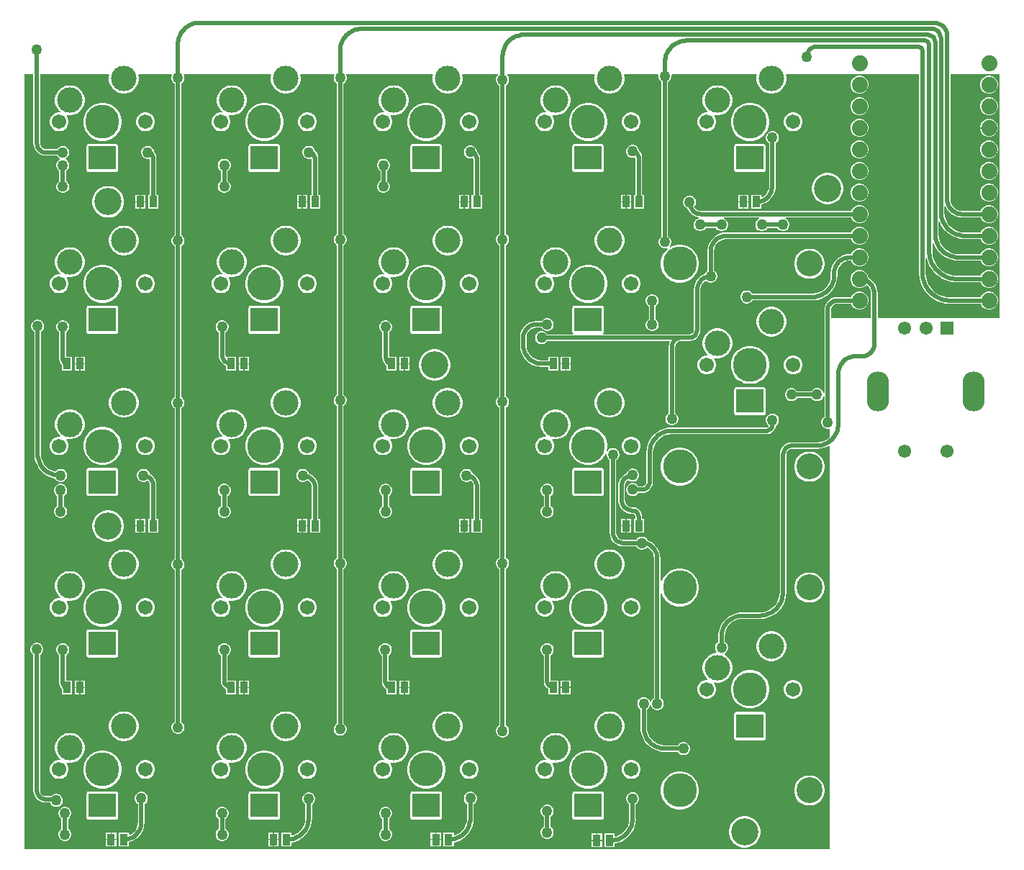
<source format=gtl>
%FSTAX23Y23*%
%MOIN*%
%SFA1B1*%

%IPPOS*%
%AMD21*
4,1,8,0.000000,-0.092500,0.000000,-0.092500,0.051200,-0.041300,0.051200,0.041300,0.000000,0.092500,0.000000,0.092500,-0.051200,0.041300,-0.051200,-0.041300,0.000000,-0.092500,0.0*
1,1,0.102360,0.000000,-0.041300*
1,1,0.102360,0.000000,-0.041300*
1,1,0.102360,0.000000,0.041300*
1,1,0.102360,0.000000,0.041300*
%
%ADD14R,0.037400X0.053150*%
G04~CAMADD=21~8~0.0~0.0~1023.6~1850.4~511.8~0.0~15~0.0~0.0~0.0~0.0~0~0.0~0.0~0.0~0.0~0~0.0~0.0~0.0~180.0~1024.0~1849.0*
%ADD21D21*%
%ADD22C,0.061020*%
%ADD23R,0.061020X0.061020*%
%ADD27C,0.020000*%
%ADD28C,0.118110*%
%ADD29C,0.067000*%
%ADD30C,0.157000*%
%ADD31R,0.125980X0.110240*%
%ADD32C,0.125980*%
%ADD33C,0.074000*%
%ADD34C,0.157010*%
%ADD35C,0.120000*%
%ADD36C,0.050000*%
%LNnumpadpcb-1*%
%LPD*%
G36*
X19645Y07194D02*
X1908D01*
Y07307*
X1908*
X19078Y07323*
X19073Y07339*
X19066Y07354*
X19055Y07367*
X19042Y07377*
X19038Y0738*
Y07381*
X19035Y07392*
X19029Y07402*
X19021Y07409*
X19012Y07415*
X19001Y07418*
X1899*
X18979Y07415*
X1897Y07409*
X18962Y07402*
X18956Y07392*
X18954Y07381*
Y0737*
X18956Y0736*
X18962Y0735*
X1897Y07342*
X18979Y07337*
X1899Y07334*
X19001*
X19012Y07337*
X19021Y07342*
X19028Y07349*
X19034Y07345*
X19042Y07334*
X19048Y07321*
X19049Y07308*
X19049Y07307*
Y07194*
X18956*
X18863*
Y07232*
X18863Y07232*
X18864Y07239*
X18867Y07246*
X18872Y07252*
X18878Y07257*
X18884Y0726*
X18892Y07261*
X18892Y07261*
X18956*
X18956Y0726*
X18962Y0725*
X1897Y07242*
X18979Y07237*
X1899Y07234*
X19001*
X19012Y07237*
X19021Y07242*
X19029Y0725*
X19035Y0726*
X19038Y0727*
Y07281*
X19035Y07292*
X19029Y07302*
X19021Y07309*
X19012Y07315*
X19001Y07318*
X1899*
X18979Y07315*
X1897Y07309*
X18962Y07302*
X18956Y07292*
X18956Y07291*
X18892*
X18892Y07291*
X1888Y0729*
X18869Y07287*
X18859Y07281*
X1885Y07274*
X18843Y07265*
X18837Y07255*
X18834Y07243*
X18833Y07232*
X18833Y07232*
Y06849*
X18828Y06848*
X18827Y06852*
X18823Y06858*
X18817Y06864*
X1881Y06868*
X18803Y0687*
X18795*
X18787Y06868*
X1878Y06864*
X18775Y06858*
X18773Y06855*
X18706*
X18705Y06858*
X18699Y06864*
X18692Y06868*
X18685Y0687*
X18677*
X18669Y06868*
X18662Y06864*
X18657Y06858*
X18653Y06852*
X18651Y06844*
Y06836*
X18653Y06828*
X18657Y06822*
X18662Y06816*
X18669Y06812*
X18677Y0681*
X18685*
X18692Y06812*
X18699Y06816*
X18705Y06822*
X18706Y06825*
X18773*
X18775Y06822*
X1878Y06816*
X18787Y06812*
X18795Y0681*
X18803*
X1881Y06812*
X18817Y06816*
X18823Y06822*
X18827Y06828*
X18828Y06832*
X18833Y06831*
Y06738*
X1883Y06736*
X18824Y06731*
X1882Y06724*
X18818Y06716*
Y06708*
X1882Y06701*
X18824Y06694*
X1883Y06688*
X18836Y06684*
X18844Y06682*
X18852*
X18854Y06683*
X18858Y0668*
Y06645*
X18857Y06644*
X18844Y06633*
X1883Y06625*
X18814Y06621*
X18798Y06619*
X18797Y06619*
X18682*
Y06619*
X18668Y06617*
X18654Y06612*
X18642Y06603*
X18633Y06591*
X18628Y06577*
X18626Y06563*
X18626*
Y05925*
X18626Y05924*
X18624Y05907*
X18619Y05889*
X1861Y05873*
X18599Y05859*
X18585Y05847*
X18569Y05839*
X18551Y05833*
X18534Y05832*
X18533Y05832*
X18454*
Y05832*
X18436Y0583*
X18419Y05826*
X18403Y05819*
X18387Y0581*
X18374Y05798*
X18362Y05785*
X18353Y0577*
X18346Y05753*
X18342Y05736*
X1834Y05718*
X18341*
Y05695*
X18337Y05693*
X18332Y05687*
X18328Y0568*
X18326Y05673*
Y05665*
X18328Y05657*
X18332Y0565*
X18333Y05649*
X18331Y05645*
X18331Y05644*
X18318Y05642*
X18305Y05636*
X18294Y05629*
X18284Y05619*
X18277Y05608*
X18272Y05595*
X18269Y05582*
Y05569*
X18272Y05555*
X18277Y05543*
X18284Y05531*
X18292Y05524*
X1829Y05519*
X18282*
X18271Y05516*
X18261Y0551*
X18253Y05502*
X18248Y05492*
X18245Y05481*
Y0547*
X18248Y05459*
X18253Y05449*
X18261Y05441*
X18271Y05435*
X18282Y05432*
X18294*
X18305Y05435*
X18315Y05441*
X18323Y05449*
X18328Y05459*
X18331Y0547*
Y05481*
X18328Y05492*
X18323Y05502*
X18321Y05503*
X18324Y05508*
X18331Y05506*
X18345*
X18358Y05509*
X18371Y05514*
X18382Y05522*
X18392Y05531*
X18399Y05543*
X18404Y05555*
X18407Y05569*
Y05582*
X18404Y05595*
X18399Y05608*
X18392Y05619*
X18382Y05629*
X18371Y05636*
X1837Y05637*
X1837Y05642*
X18374Y05645*
X1838Y0565*
X18384Y05657*
X18386Y05665*
Y05673*
X18384Y0568*
X1838Y05687*
X18374Y05693*
X18371Y05695*
Y05718*
X18371Y05719*
X18373Y05734*
X18377Y0575*
X18385Y05764*
X18395Y05777*
X18408Y05787*
X18422Y05795*
X18438Y058*
X18454Y05801*
X18454Y05801*
X18533*
Y05801*
X18552Y05803*
X18571Y05807*
X18589Y05815*
X18606Y05825*
X1862Y05837*
X18633Y05852*
X18643Y05869*
X18651Y05886*
X18655Y05905*
X18657Y05925*
X18657*
Y06563*
X18656Y06564*
X18658Y06573*
X18664Y06581*
X18672Y06587*
X18681Y06589*
X18682Y06589*
X18797*
Y06588*
X18815Y0659*
X18833Y06594*
X1885Y06601*
X18853Y06603*
X18858Y06601*
Y04734*
X15127*
Y08326*
X15169*
Y08005*
X15169*
X15171Y0799*
X15177Y07976*
X15186Y07964*
X15198Y07954*
X15212Y07949*
X15227Y07947*
Y07947*
X15279*
X15281Y07944*
X15286Y07938*
X15291Y07935*
Y0793*
X15286Y07927*
X15281Y07921*
X15277Y07915*
X15275Y07907*
Y07899*
X15277Y07891*
X15281Y07885*
X15286Y07879*
X15289Y07877*
Y0783*
X15286Y07829*
X15281Y07823*
X15277Y07816*
X15275Y07809*
Y07801*
X15277Y07793*
X15281Y07786*
X15286Y07781*
X15293Y07777*
X15301Y07775*
X15309*
X15316Y07777*
X15323Y07781*
X15329Y07786*
X15333Y07793*
X15335Y07801*
Y07809*
X15333Y07816*
X15329Y07823*
X15323Y07829*
X1532Y0783*
Y07877*
X15323Y07879*
X15329Y07885*
X15333Y07891*
X15335Y07899*
Y07907*
X15333Y07915*
X15329Y07921*
X15323Y07927*
X15318Y0793*
Y07935*
X15323Y07938*
X15329Y07944*
X15333Y07951*
X15335Y07958*
Y07966*
X15333Y07974*
X15329Y07981*
X15323Y07986*
X15316Y0799*
X15309Y07992*
X15301*
X15293Y0799*
X15286Y07986*
X15281Y07981*
X15279Y07977*
X15227*
X15227Y07977*
X1522Y07978*
X15214Y07981*
X15208Y07985*
X15204Y07991*
X15201Y07998*
X152Y08005*
X152Y08005*
Y08326*
X15518*
X15522Y08321*
X15519Y0831*
Y08297*
X15522Y08283*
X15527Y08271*
X15535Y0826*
X15544Y0825*
X15556Y08242*
X15568Y08237*
X15581Y08235*
X15595*
X15608Y08237*
X15621Y08242*
X15632Y0825*
X15642Y0826*
X15649Y08271*
X15655Y08283*
X15657Y08297*
Y0831*
X15655Y08321*
X15658Y08326*
X15809*
X15812Y08321*
X1581Y08318*
X15808Y08311*
Y08303*
X1581Y08295*
X15814Y08288*
X1582Y08283*
X15823Y08281*
Y0758*
X1582Y07579*
X15814Y07573*
X1581Y07566*
X15808Y07559*
Y07551*
X1581Y07543*
X15814Y07536*
X1582Y07531*
X15823Y07529*
Y06828*
X1582Y06827*
X15814Y06821*
X1581Y06814*
X15808Y06807*
Y06799*
X1581Y06791*
X15814Y06784*
X1582Y06779*
X15823Y06777*
Y0608*
X1582Y06079*
X15814Y06073*
X1581Y06066*
X15808Y06059*
Y06051*
X1581Y06043*
X15814Y06036*
X1582Y06031*
X15823Y06029*
Y05325*
X1582Y05323*
X15814Y05317*
X1581Y0531*
X15808Y05303*
Y05295*
X1581Y05287*
X15814Y0528*
X1582Y05275*
X15827Y05271*
X15834Y05269*
X15842*
X1585Y05271*
X15857Y05275*
X15862Y0528*
X15866Y05287*
X15868Y05295*
Y05303*
X15866Y0531*
X15862Y05317*
X15857Y05323*
X15853Y05325*
Y06029*
X15857Y06031*
X15862Y06036*
X15866Y06043*
X15868Y06051*
Y06059*
X15866Y06066*
X15862Y06073*
X15857Y06079*
X15853Y0608*
Y06777*
X15857Y06779*
X15862Y06784*
X15866Y06791*
X15868Y06799*
Y06807*
X15866Y06814*
X15862Y06821*
X15857Y06827*
X15853Y06828*
Y07529*
X15857Y07531*
X15862Y07536*
X15866Y07543*
X15868Y07551*
Y07559*
X15866Y07566*
X15862Y07573*
X15857Y07579*
X15853Y0758*
Y08281*
X15857Y08283*
X15862Y08288*
X15866Y08295*
X15868Y08303*
Y08311*
X15866Y08318*
X15864Y08321*
X15867Y08326*
X16268*
X16272Y08321*
X16269Y0831*
Y08297*
X16272Y08283*
X16277Y08271*
X16285Y0826*
X16294Y0825*
X16306Y08242*
X16318Y08237*
X16331Y08235*
X16345*
X16358Y08237*
X16371Y08242*
X16382Y0825*
X16392Y0826*
X16399Y08271*
X16405Y08283*
X16407Y08297*
Y0831*
X16405Y08321*
X16408Y08326*
X16561*
X16564Y08321*
X16562Y08318*
X1656Y08311*
Y08303*
X16562Y08295*
X16566Y08288*
X16572Y08283*
X16575Y08281*
Y07584*
X16572Y07583*
X16566Y07577*
X16562Y0757*
X1656Y07563*
Y07555*
X16562Y07547*
X16566Y0754*
X16572Y07535*
X16575Y07533*
Y0684*
X16572Y06838*
X16566Y06833*
X16562Y06826*
X1656Y06818*
Y06811*
X16562Y06803*
X16566Y06796*
X16572Y0679*
X16575Y06789*
Y06084*
X16572Y06083*
X16566Y06077*
X16562Y0607*
X1656Y06063*
Y06055*
X16562Y06047*
X16566Y0604*
X16572Y06035*
X16575Y06033*
Y05317*
X16572Y05315*
X16566Y05309*
X16562Y05302*
X1656Y05295*
Y05287*
X16562Y05279*
X16566Y05272*
X16572Y05267*
X16578Y05263*
X16586Y05261*
X16594*
X16602Y05263*
X16608Y05267*
X16614Y05272*
X16618Y05279*
X1662Y05287*
Y05295*
X16618Y05302*
X16614Y05309*
X16608Y05315*
X16605Y05317*
Y06033*
X16608Y06035*
X16614Y0604*
X16618Y06047*
X1662Y06055*
Y06063*
X16618Y0607*
X16614Y06077*
X16608Y06083*
X16605Y06084*
Y06789*
X16608Y0679*
X16614Y06796*
X16618Y06803*
X1662Y06811*
Y06818*
X16618Y06826*
X16614Y06833*
X16608Y06838*
X16605Y0684*
Y07533*
X16608Y07535*
X16614Y0754*
X16618Y07547*
X1662Y07555*
Y07563*
X16618Y0757*
X16614Y07577*
X16608Y07583*
X16605Y07584*
Y08281*
X16608Y08283*
X16614Y08288*
X16618Y08295*
X1662Y08303*
Y08311*
X16618Y08318*
X16616Y08321*
X16619Y08326*
X17018*
X17022Y08321*
X17019Y0831*
Y08297*
X17022Y08283*
X17027Y08271*
X17035Y0826*
X17044Y0825*
X17056Y08242*
X17068Y08237*
X17081Y08235*
X17095*
X17108Y08237*
X17121Y08242*
X17132Y0825*
X17142Y0826*
X17149Y08271*
X17155Y08283*
X17157Y08297*
Y0831*
X17155Y08321*
X17158Y08326*
X1732*
X17322Y08321*
X17318Y08317*
X17314Y0831*
X17312Y08303*
Y08295*
X17314Y08287*
X17318Y0828*
X17324Y08275*
X17327Y08273*
Y07584*
X17324Y07583*
X17318Y07577*
X17314Y0757*
X17312Y07563*
Y07555*
X17314Y07547*
X17318Y0754*
X17324Y07535*
X17327Y07533*
Y06832*
X17324Y06831*
X17318Y06825*
X17314Y06818*
X17312Y06811*
Y06803*
X17314Y06795*
X17318Y06788*
X17324Y06783*
X17327Y06781*
Y06084*
X17324Y06083*
X17318Y06077*
X17314Y0607*
X17312Y06063*
Y06055*
X17314Y06047*
X17318Y0604*
X17324Y06035*
X17327Y06033*
Y05309*
X17324Y05307*
X17318Y05301*
X17314Y05295*
X17312Y05287*
Y05279*
X17314Y05271*
X17318Y05265*
X17324Y05259*
X1733Y05255*
X17338Y05253*
X17346*
X17354Y05255*
X1736Y05259*
X17366Y05265*
X1737Y05271*
X17372Y05279*
Y05287*
X1737Y05295*
X17366Y05301*
X1736Y05307*
X17357Y05309*
Y06033*
X1736Y06035*
X17366Y0604*
X1737Y06047*
X17372Y06055*
Y06063*
X1737Y0607*
X17366Y06077*
X1736Y06083*
X17357Y06084*
Y06781*
X1736Y06783*
X17366Y06788*
X1737Y06795*
X17372Y06803*
Y06811*
X1737Y06818*
X17366Y06825*
X1736Y06831*
X17357Y06832*
Y07533*
X1736Y07535*
X17366Y0754*
X1737Y07547*
X17372Y07555*
Y07563*
X1737Y0757*
X17366Y07577*
X1736Y07583*
X17357Y07584*
Y08273*
X1736Y08275*
X17366Y0828*
X1737Y08287*
X17372Y08295*
Y08303*
X1737Y0831*
X17366Y08317*
X17362Y08321*
X17364Y08326*
X17768*
X17772Y08321*
X17769Y0831*
Y08297*
X17772Y08283*
X17777Y08271*
X17785Y0826*
X17794Y0825*
X17806Y08242*
X17818Y08237*
X17831Y08235*
X17845*
X17858Y08237*
X17871Y08242*
X17882Y0825*
X17892Y0826*
X17899Y08271*
X17905Y08283*
X17907Y08297*
Y0831*
X17905Y08321*
X17908Y08326*
X18061*
X18065Y08321*
X18064Y08318*
Y08311*
X18066Y08303*
X1807Y08296*
X18076Y0829*
X18079Y08289*
Y07573*
X18076Y07572*
X1807Y07566*
X18066Y07559*
X18064Y07552*
Y07544*
X18066Y07536*
X1807Y07529*
X18076Y07524*
X18082Y0752*
X1809Y07518*
X18098*
X18104Y07519*
X18107Y07515*
X18095Y07503*
X18085Y07488*
X18078Y07472*
X18075Y07455*
Y07438*
X18078Y07421*
X18085Y07405*
X18095Y0739*
X18107Y07378*
X18121Y07368*
X18138Y07362*
X18155Y07358*
X18172*
X18189Y07362*
X18205Y07368*
X1822Y07378*
X18232Y0739*
X18242Y07405*
X18248Y07421*
X18252Y07438*
Y07455*
X18248Y07472*
X18242Y07488*
X18232Y07503*
X1822Y07515*
X18205Y07525*
X18189Y07532*
X18172Y07535*
X18155*
X18138Y07532*
X18121Y07525*
X18119Y07523*
X18116Y07527*
X18118Y07529*
X18122Y07536*
X18124Y07544*
Y07552*
X18122Y07559*
X18118Y07566*
X18112Y07572*
X18109Y07573*
Y08289*
X18112Y0829*
X18118Y08296*
X18122Y08303*
X18124Y08311*
Y08318*
X18123Y08321*
X18127Y08326*
X18518*
X18521Y08321*
X18519Y0831*
Y08297*
X18522Y08283*
X18527Y08271*
X18534Y0826*
X18544Y0825*
X18555Y08242*
X18568Y08237*
X18581Y08235*
X18595*
X18608Y08237*
X18621Y08242*
X18632Y0825*
X18642Y0826*
X18649Y08271*
X18654Y08283*
X18657Y08297*
Y0831*
X18655Y08321*
X18658Y08326*
X19272*
Y07405*
X19271*
X19273Y07382*
X19279Y0736*
X19287Y07339*
X19299Y0732*
X19314Y07303*
X19331Y07288*
X1935Y07276*
X19371Y07268*
X19393Y07262*
X19416Y0726*
Y07261*
X19556*
X19556Y0726*
X19562Y0725*
X1957Y07242*
X19579Y07237*
X1959Y07234*
X19601*
X19612Y07237*
X19621Y07242*
X19629Y0725*
X19635Y0726*
X19638Y0727*
Y07281*
X19635Y07292*
X19629Y07302*
X19621Y07309*
X19612Y07315*
X19601Y07318*
X1959*
X19579Y07315*
X1957Y07309*
X19562Y07302*
X19556Y07292*
X19556Y07291*
X19416*
X19416Y07291*
X19398Y07292*
X19381Y07297*
X19364Y07303*
X19349Y07313*
X19335Y07324*
X19324Y07338*
X19314Y07353*
X19308Y0737*
X19303Y07387*
X19302Y07404*
X19302Y07405*
Y07472*
X19307Y07472*
X1931Y0746*
X19319Y07439*
X19331Y0742*
X19345Y07403*
X19363Y07388*
X19382Y07376*
X19403Y07368*
X19425Y07362*
X19448Y0736*
Y07361*
X19556*
X19556Y0736*
X19562Y0735*
X1957Y07342*
X19579Y07337*
X1959Y07334*
X19601*
X19612Y07337*
X19621Y07342*
X19629Y0735*
X19635Y0736*
X19638Y0737*
Y07381*
X19635Y07392*
X19629Y07402*
X19621Y07409*
X19612Y07415*
X19601Y07418*
X1959*
X19579Y07415*
X1957Y07409*
X19562Y07402*
X19556Y07392*
X19556Y07391*
X19448*
X19447Y07391*
X1943Y07392*
X19412Y07397*
X19396Y07403*
X19381Y07413*
X19367Y07424*
X19355Y07438*
X19346Y07453*
X19339Y0747*
X19335Y07487*
X19334Y07504*
X19334Y07505*
Y07541*
X19339Y07542*
X19344Y07529*
X19354Y07512*
X19367Y07497*
X19382Y07484*
X19399Y07474*
X19417Y07467*
X19436Y07462*
X19455Y0746*
Y07461*
X19556*
X19556Y0746*
X19562Y0745*
X1957Y07442*
X19579Y07437*
X1959Y07434*
X19601*
X19612Y07437*
X19621Y07442*
X19629Y0745*
X19635Y0746*
X19638Y0747*
Y07481*
X19635Y07492*
X19629Y07502*
X19621Y07509*
X19612Y07515*
X19601Y07518*
X1959*
X19579Y07515*
X1957Y07509*
X19562Y07502*
X19556Y07492*
X19556Y07491*
X19455*
X19455Y07491*
X19437Y07493*
X19419Y07498*
X19403Y07507*
X19389Y07519*
X19377Y07533*
X19368Y07549*
X19363Y07567*
X19361Y07584*
X19361Y07585*
Y07641*
X19366Y07642*
X19372Y07629*
X19382Y07612*
X19395Y07597*
X1941Y07584*
X19426Y07574*
X19444Y07567*
X19463Y07562*
X19483Y0756*
Y07561*
X19556*
X19556Y0756*
X19562Y0755*
X1957Y07542*
X19579Y07537*
X1959Y07534*
X19601*
X19612Y07537*
X19621Y07542*
X19629Y0755*
X19635Y0756*
X19638Y0757*
Y07581*
X19635Y07592*
X19629Y07602*
X19621Y07609*
X19612Y07615*
X19601Y07618*
X1959*
X19579Y07615*
X1957Y07609*
X19562Y07602*
X19556Y07592*
X19556Y07591*
X19483*
X19482Y07591*
X19465Y07593*
X19447Y07598*
X19431Y07607*
X19416Y07619*
X19404Y07633*
X19396Y07649*
X1939Y07667*
X19389Y07684*
X19389Y07685*
Y0771*
X19394Y07711*
X194Y07699*
X19411Y07686*
X19424Y07675*
X19439Y07667*
X19455Y07662*
X19472Y0766*
Y07661*
X19556*
X19556Y0766*
X19562Y0765*
X1957Y07642*
X19579Y07637*
X1959Y07634*
X19601*
X19612Y07637*
X19621Y07642*
X19629Y0765*
X19635Y0766*
X19638Y0767*
Y07681*
X19635Y07692*
X19629Y07702*
X19621Y07709*
X19612Y07715*
X19601Y07718*
X1959*
X19579Y07715*
X1957Y07709*
X19562Y07702*
X19556Y07692*
X19556Y07691*
X19472*
X19471Y07691*
X19458Y07693*
X19444Y07698*
X19433Y07707*
X19424Y07719*
X19418Y07732*
X19416Y07746*
X19416Y07747*
Y08326*
X19645*
Y07194*
G37*
%LNnumpadpcb-2*%
%LPC*%
G36*
X19601Y08318D02*
X1959D01*
X19579Y08315*
X1957Y08309*
X19562Y08302*
X19556Y08292*
X19554Y08281*
Y0827*
X19556Y0826*
X19562Y0825*
X1957Y08242*
X19579Y08237*
X1959Y08234*
X19601*
X19612Y08237*
X19621Y08242*
X19629Y0825*
X19635Y0826*
X19638Y0827*
Y08281*
X19635Y08292*
X19629Y08302*
X19621Y08309*
X19612Y08315*
X19601Y08318*
G37*
G36*
X19001D02*
X1899D01*
X18979Y08315*
X1897Y08309*
X18962Y08302*
X18956Y08292*
X18954Y08281*
Y0827*
X18956Y0826*
X18962Y0825*
X1897Y08242*
X18979Y08237*
X1899Y08234*
X19001*
X19012Y08237*
X19021Y08242*
X19029Y0825*
X19035Y0826*
X19038Y0827*
Y08281*
X19035Y08292*
X19029Y08302*
X19021Y08309*
X19012Y08315*
X19001Y08318*
G37*
G36*
X18345Y08272D02*
X18331D01*
X18318Y0827*
X18305Y08265*
X18294Y08257*
X18284Y08247*
X18277Y08236*
X18272Y08224*
X18269Y0821*
Y08197*
X18272Y08183*
X18277Y08171*
X18284Y0816*
X18292Y08152*
X1829Y08147*
X18282*
X18271Y08144*
X18261Y08138*
X18253Y0813*
X18248Y0812*
X18245Y08109*
Y08098*
X18248Y08087*
X18253Y08077*
X18261Y08069*
X18271Y08063*
X18282Y0806*
X18294*
X18305Y08063*
X18315Y08069*
X18323Y08077*
X18328Y08087*
X18331Y08098*
Y08109*
X18328Y0812*
X18323Y0813*
X18321Y08131*
X18324Y08136*
X18331Y08135*
X18345*
X18358Y08137*
X18371Y08142*
X18382Y0815*
X18392Y0816*
X18399Y08171*
X18404Y08183*
X18407Y08197*
Y0821*
X18404Y08224*
X18399Y08236*
X18392Y08247*
X18382Y08257*
X18371Y08265*
X18358Y0827*
X18345Y08272*
G37*
G36*
X17595D02*
X17581D01*
X17568Y0827*
X17556Y08265*
X17544Y08257*
X17535Y08247*
X17527Y08236*
X17522Y08224*
X17519Y0821*
Y08197*
X17522Y08183*
X17527Y08171*
X17535Y0816*
X17543Y08152*
X1754Y08147*
X17533*
X17522Y08144*
X17512Y08138*
X17504Y0813*
X17498Y0812*
X17495Y08109*
Y08098*
X17498Y08087*
X17504Y08077*
X17512Y08069*
X17522Y08063*
X17533Y0806*
X17544*
X17555Y08063*
X17565Y08069*
X17573Y08077*
X17579Y08087*
X17582Y08098*
Y08109*
X17579Y0812*
X17573Y0813*
X17572Y08131*
X17574Y08136*
X17581Y08135*
X17595*
X17608Y08137*
X17621Y08142*
X17632Y0815*
X17642Y0816*
X17649Y08171*
X17655Y08183*
X17657Y08197*
Y0821*
X17655Y08224*
X17649Y08236*
X17642Y08247*
X17632Y08257*
X17621Y08265*
X17608Y0827*
X17595Y08272*
G37*
G36*
X16845D02*
X16831D01*
X16818Y0827*
X16806Y08265*
X16794Y08257*
X16785Y08247*
X16777Y08236*
X16772Y08224*
X16769Y0821*
Y08197*
X16772Y08183*
X16777Y08171*
X16785Y0816*
X16793Y08152*
X1679Y08147*
X16783*
X16772Y08144*
X16762Y08138*
X16754Y0813*
X16748Y0812*
X16745Y08109*
Y08098*
X16748Y08087*
X16754Y08077*
X16762Y08069*
X16772Y08063*
X16783Y0806*
X16794*
X16805Y08063*
X16815Y08069*
X16823Y08077*
X16829Y08087*
X16832Y08098*
Y08109*
X16829Y0812*
X16823Y0813*
X16822Y08131*
X16824Y08136*
X16831Y08135*
X16845*
X16858Y08137*
X16871Y08142*
X16882Y0815*
X16892Y0816*
X16899Y08171*
X16905Y08183*
X16907Y08197*
Y0821*
X16905Y08224*
X16899Y08236*
X16892Y08247*
X16882Y08257*
X16871Y08265*
X16858Y0827*
X16845Y08272*
G37*
G36*
X16095D02*
X16081D01*
X16068Y0827*
X16056Y08265*
X16044Y08257*
X16035Y08247*
X16027Y08236*
X16022Y08224*
X16019Y0821*
Y08197*
X16022Y08183*
X16027Y08171*
X16035Y0816*
X16043Y08152*
X1604Y08147*
X16033*
X16022Y08144*
X16012Y08138*
X16004Y0813*
X15998Y0812*
X15995Y08109*
Y08098*
X15998Y08087*
X16004Y08077*
X16012Y08069*
X16022Y08063*
X16033Y0806*
X16044*
X16055Y08063*
X16065Y08069*
X16073Y08077*
X16079Y08087*
X16082Y08098*
Y08109*
X16079Y0812*
X16073Y0813*
X16072Y08131*
X16074Y08136*
X16081Y08135*
X16095*
X16108Y08137*
X16121Y08142*
X16132Y0815*
X16142Y0816*
X16149Y08171*
X16155Y08183*
X16157Y08197*
Y0821*
X16155Y08224*
X16149Y08236*
X16142Y08247*
X16132Y08257*
X16121Y08265*
X16108Y0827*
X16095Y08272*
G37*
G36*
X15345D02*
X15331D01*
X15318Y0827*
X15306Y08265*
X15294Y08257*
X15285Y08247*
X15277Y08236*
X15272Y08224*
X15269Y0821*
Y08197*
X15272Y08183*
X15277Y08171*
X15285Y0816*
X15293Y08152*
X1529Y08147*
X15283*
X15272Y08144*
X15262Y08138*
X15254Y0813*
X15248Y0812*
X15245Y08109*
Y08098*
X15248Y08087*
X15254Y08077*
X15262Y08069*
X15272Y08063*
X15283Y0806*
X15294*
X15305Y08063*
X15315Y08069*
X15323Y08077*
X15329Y08087*
X15332Y08098*
Y08109*
X15329Y0812*
X15323Y0813*
X15322Y08131*
X15324Y08136*
X15331Y08135*
X15345*
X15358Y08137*
X15371Y08142*
X15382Y0815*
X15392Y0816*
X15399Y08171*
X15405Y08183*
X15407Y08197*
Y0821*
X15405Y08224*
X15399Y08236*
X15392Y08247*
X15382Y08257*
X15371Y08265*
X15358Y0827*
X15345Y08272*
G37*
G36*
X19601Y08218D02*
X1959D01*
X19579Y08215*
X1957Y08209*
X19562Y08202*
X19556Y08192*
X19554Y08181*
Y0817*
X19556Y0816*
X19562Y0815*
X1957Y08142*
X19579Y08137*
X1959Y08134*
X19601*
X19612Y08137*
X19621Y08142*
X19629Y0815*
X19635Y0816*
X19638Y0817*
Y08181*
X19635Y08192*
X19629Y08202*
X19621Y08209*
X19612Y08215*
X19601Y08218*
G37*
G36*
X19001D02*
X1899D01*
X18979Y08215*
X1897Y08209*
X18962Y08202*
X18956Y08192*
X18954Y08181*
Y0817*
X18956Y0816*
X18962Y0815*
X1897Y08142*
X18979Y08137*
X1899Y08134*
X19001*
X19012Y08137*
X19021Y08142*
X19029Y0815*
X19035Y0816*
X19038Y0817*
Y08181*
X19035Y08192*
X19029Y08202*
X19021Y08209*
X19012Y08215*
X19001Y08218*
G37*
G36*
X19601Y08118D02*
X19598D01*
Y08078*
X19638*
Y08081*
X19635Y08092*
X19629Y08102*
X19621Y08109*
X19612Y08115*
X19601Y08118*
G37*
G36*
X19593D02*
X1959D01*
X19579Y08115*
X1957Y08109*
X19562Y08102*
X19556Y08092*
X19554Y08081*
Y08078*
X19593*
Y08118*
G37*
G36*
X18694Y08147D02*
X18682D01*
X18671Y08144*
X18661Y08138*
X18653Y0813*
X18648Y0812*
X18645Y08109*
Y08098*
X18648Y08087*
X18653Y08077*
X18661Y08069*
X18671Y08063*
X18682Y0806*
X18694*
X18705Y08063*
X18715Y08069*
X18723Y08077*
X18728Y08087*
X18731Y08098*
Y08109*
X18728Y0812*
X18723Y0813*
X18715Y08138*
X18705Y08144*
X18694Y08147*
G37*
G36*
X17944D02*
X17933D01*
X17922Y08144*
X17912Y08138*
X17904Y0813*
X17898Y0812*
X17895Y08109*
Y08098*
X17898Y08087*
X17904Y08077*
X17912Y08069*
X17922Y08063*
X17933Y0806*
X17944*
X17955Y08063*
X17965Y08069*
X17973Y08077*
X17979Y08087*
X17982Y08098*
Y08109*
X17979Y0812*
X17973Y0813*
X17965Y08138*
X17955Y08144*
X17944Y08147*
G37*
G36*
X17194D02*
X17183D01*
X17172Y08144*
X17162Y08138*
X17154Y0813*
X17148Y0812*
X17145Y08109*
Y08098*
X17148Y08087*
X17154Y08077*
X17162Y08069*
X17172Y08063*
X17183Y0806*
X17194*
X17205Y08063*
X17215Y08069*
X17223Y08077*
X17229Y08087*
X17232Y08098*
Y08109*
X17229Y0812*
X17223Y0813*
X17215Y08138*
X17205Y08144*
X17194Y08147*
G37*
G36*
X16444D02*
X16433D01*
X16422Y08144*
X16412Y08138*
X16404Y0813*
X16398Y0812*
X16395Y08109*
Y08098*
X16398Y08087*
X16404Y08077*
X16412Y08069*
X16422Y08063*
X16433Y0806*
X16444*
X16455Y08063*
X16465Y08069*
X16473Y08077*
X16479Y08087*
X16482Y08098*
Y08109*
X16479Y0812*
X16473Y0813*
X16465Y08138*
X16455Y08144*
X16444Y08147*
G37*
G36*
X15694D02*
X15683D01*
X15672Y08144*
X15662Y08138*
X15654Y0813*
X15648Y0812*
X15645Y08109*
Y08098*
X15648Y08087*
X15654Y08077*
X15662Y08069*
X15672Y08063*
X15683Y0806*
X15694*
X15705Y08063*
X15715Y08069*
X15723Y08077*
X15729Y08087*
X15732Y08098*
Y08109*
X15729Y0812*
X15723Y0813*
X15715Y08138*
X15705Y08144*
X15694Y08147*
G37*
G36*
X19638Y08073D02*
X19598D01*
Y08034*
X19601*
X19612Y08037*
X19621Y08042*
X19629Y0805*
X19635Y0806*
X19638Y0807*
Y08073*
G37*
G36*
X19593D02*
X19554D01*
Y0807*
X19556Y0806*
X19562Y0805*
X1957Y08042*
X19579Y08037*
X1959Y08034*
X19593*
Y08073*
G37*
G36*
X19001Y08118D02*
X1899D01*
X18979Y08115*
X1897Y08109*
X18962Y08102*
X18956Y08092*
X18954Y08081*
Y0807*
X18956Y0806*
X18962Y0805*
X1897Y08042*
X18979Y08037*
X1899Y08034*
X19001*
X19012Y08037*
X19021Y08042*
X19029Y0805*
X19035Y0806*
X19038Y0807*
Y08081*
X19035Y08092*
X19029Y08102*
X19021Y08109*
X19012Y08115*
X19001Y08118*
G37*
G36*
X18497Y08192D02*
X18479D01*
X18462Y08188*
X18446Y08182*
X18432Y08172*
X18419Y0816*
X1841Y08145*
X18403Y08129*
X184Y08112*
Y08095*
X18403Y08078*
X1841Y08062*
X18419Y08047*
X18432Y08035*
X18446Y08025*
X18462Y08019*
X18479Y08015*
X18497*
X18514Y08019*
X1853Y08025*
X18544Y08035*
X18557Y08047*
X18566Y08062*
X18573Y08078*
X18576Y08095*
Y08112*
X18573Y08129*
X18566Y08145*
X18557Y0816*
X18544Y08172*
X1853Y08182*
X18514Y08188*
X18497Y08192*
G37*
G36*
X17747D02*
X1773D01*
X17713Y08188*
X17696Y08182*
X17682Y08172*
X1767Y0816*
X1766Y08145*
X17653Y08129*
X1765Y08112*
Y08095*
X17653Y08078*
X1766Y08062*
X1767Y08047*
X17682Y08035*
X17696Y08025*
X17713Y08019*
X1773Y08015*
X17747*
X17764Y08019*
X1778Y08025*
X17795Y08035*
X17807Y08047*
X17817Y08062*
X17823Y08078*
X17827Y08095*
Y08112*
X17823Y08129*
X17817Y08145*
X17807Y0816*
X17795Y08172*
X1778Y08182*
X17764Y08188*
X17747Y08192*
G37*
G36*
X16997D02*
X1698D01*
X16963Y08188*
X16946Y08182*
X16932Y08172*
X1692Y0816*
X1691Y08145*
X16903Y08129*
X169Y08112*
Y08095*
X16903Y08078*
X1691Y08062*
X1692Y08047*
X16932Y08035*
X16946Y08025*
X16963Y08019*
X1698Y08015*
X16997*
X17014Y08019*
X1703Y08025*
X17045Y08035*
X17057Y08047*
X17067Y08062*
X17073Y08078*
X17077Y08095*
Y08112*
X17073Y08129*
X17067Y08145*
X17057Y0816*
X17045Y08172*
X1703Y08182*
X17014Y08188*
X16997Y08192*
G37*
G36*
X16247D02*
X1623D01*
X16213Y08188*
X16196Y08182*
X16182Y08172*
X1617Y0816*
X1616Y08145*
X16153Y08129*
X1615Y08112*
Y08095*
X16153Y08078*
X1616Y08062*
X1617Y08047*
X16182Y08035*
X16196Y08025*
X16213Y08019*
X1623Y08015*
X16247*
X16264Y08019*
X1628Y08025*
X16295Y08035*
X16307Y08047*
X16317Y08062*
X16323Y08078*
X16327Y08095*
Y08112*
X16323Y08129*
X16317Y08145*
X16307Y0816*
X16295Y08172*
X1628Y08182*
X16264Y08188*
X16247Y08192*
G37*
G36*
X15497D02*
X1548D01*
X15463Y08188*
X15446Y08182*
X15432Y08172*
X1542Y0816*
X1541Y08145*
X15403Y08129*
X154Y08112*
Y08095*
X15403Y08078*
X1541Y08062*
X1542Y08047*
X15432Y08035*
X15446Y08025*
X15463Y08019*
X1548Y08015*
X15497*
X15514Y08019*
X1553Y08025*
X15545Y08035*
X15557Y08047*
X15567Y08062*
X15573Y08078*
X15577Y08095*
Y08112*
X15573Y08129*
X15567Y08145*
X15557Y0816*
X15545Y08172*
X1553Y08182*
X15514Y08188*
X15497Y08192*
G37*
G36*
X19601Y08018D02*
X1959D01*
X19579Y08015*
X1957Y08009*
X19562Y08002*
X19556Y07992*
X19554Y07981*
Y0797*
X19556Y0796*
X19562Y0795*
X1957Y07942*
X19579Y07937*
X1959Y07934*
X19601*
X19612Y07937*
X19621Y07942*
X19629Y0795*
X19635Y0796*
X19638Y0797*
Y07981*
X19635Y07992*
X19629Y08002*
X19621Y08009*
X19612Y08015*
X19601Y08018*
G37*
G36*
X19001D02*
X1899D01*
X18979Y08015*
X1897Y08009*
X18962Y08002*
X18956Y07992*
X18954Y07981*
Y0797*
X18956Y0796*
X18962Y0795*
X1897Y07942*
X18979Y07937*
X1899Y07934*
X19001*
X19012Y07937*
X19021Y07942*
X19029Y0795*
X19035Y0796*
X19038Y0797*
Y07981*
X19035Y07992*
X19029Y08002*
X19021Y08009*
X19012Y08015*
X19001Y08018*
G37*
G36*
X18551Y08002D02*
X18425D01*
X18421Y08002*
X18418Y07999*
X18416Y07996*
X18415Y07992*
Y07882*
X18416Y07878*
X18418Y07875*
X18421Y07873*
X18425Y07872*
X18551*
X18555Y07873*
X18558Y07875*
X18561Y07878*
X18561Y07882*
Y07992*
X18561Y07996*
X18558Y07999*
X18555Y08002*
X18551Y08002*
G37*
G36*
X17801D02*
X17675D01*
X17671Y08002*
X17668Y07999*
X17666Y07996*
X17665Y07992*
Y07882*
X17666Y07878*
X17668Y07875*
X17671Y07873*
X17675Y07872*
X17801*
X17805Y07873*
X17808Y07875*
X17811Y07878*
X17811Y07882*
Y07992*
X17811Y07996*
X17808Y07999*
X17805Y08002*
X17801Y08002*
G37*
G36*
X17051D02*
X16925D01*
X16921Y08002*
X16918Y07999*
X16916Y07996*
X16915Y07992*
Y07882*
X16916Y07878*
X16918Y07875*
X16921Y07873*
X16925Y07872*
X17051*
X17055Y07873*
X17058Y07875*
X17061Y07878*
X17061Y07882*
Y07992*
X17061Y07996*
X17058Y07999*
X17055Y08002*
X17051Y08002*
G37*
G36*
X16301D02*
X16175D01*
X16171Y08002*
X16168Y07999*
X16166Y07996*
X16165Y07992*
Y07882*
X16166Y07878*
X16168Y07875*
X16171Y07873*
X16175Y07872*
X16301*
X16305Y07873*
X16308Y07875*
X16311Y07878*
X16311Y07882*
Y07992*
X16311Y07996*
X16308Y07999*
X16305Y08002*
X16301Y08002*
G37*
G36*
X15551D02*
X15425D01*
X15421Y08002*
X15418Y07999*
X15416Y07996*
X15415Y07992*
Y07882*
X15416Y07878*
X15418Y07875*
X15421Y07873*
X15425Y07872*
X15551*
X15555Y07873*
X15558Y07875*
X15561Y07878*
X15561Y07882*
Y07992*
X15561Y07996*
X15558Y07999*
X15555Y08002*
X15551Y08002*
G37*
G36*
X19601Y07918D02*
X1959D01*
X19579Y07915*
X1957Y07909*
X19562Y07902*
X19556Y07892*
X19554Y07881*
Y0787*
X19556Y0786*
X19562Y0785*
X1957Y07842*
X19579Y07837*
X1959Y07834*
X19601*
X19612Y07837*
X19621Y07842*
X19629Y0785*
X19635Y0786*
X19638Y0787*
Y07881*
X19635Y07892*
X19629Y07902*
X19621Y07909*
X19612Y07915*
X19601Y07918*
G37*
G36*
X19001D02*
X1899D01*
X18979Y07915*
X1897Y07909*
X18962Y07902*
X18956Y07892*
X18954Y07881*
Y0787*
X18956Y0786*
X18962Y0785*
X1897Y07842*
X18979Y07837*
X1899Y07834*
X19001*
X19012Y07837*
X19021Y07842*
X19029Y0785*
X19035Y0786*
X19038Y0787*
Y07881*
X19035Y07892*
X19029Y07902*
X19021Y07909*
X19012Y07915*
X19001Y07918*
G37*
G36*
X16795Y07933D02*
X16787D01*
X16779Y07931*
X16772Y07927*
X16767Y07921*
X16763Y07915*
X16761Y07907*
Y07899*
X16763Y07891*
X16767Y07885*
X16772Y07879*
X16776Y07877*
Y0783*
X16772Y07829*
X16767Y07823*
X16763Y07816*
X16761Y07809*
Y07801*
X16763Y07793*
X16767Y07786*
X16772Y07781*
X16779Y07777*
X16787Y07775*
X16795*
X16802Y07777*
X16809Y07781*
X16815Y07786*
X16819Y07793*
X16821Y07801*
Y07809*
X16819Y07816*
X16815Y07823*
X16809Y07829*
X16806Y0783*
Y07877*
X16809Y07879*
X16815Y07885*
X16819Y07891*
X16821Y07899*
Y07907*
X16819Y07915*
X16815Y07921*
X16809Y07927*
X16802Y07931*
X16795Y07933*
G37*
G36*
X16057D02*
X16049D01*
X16041Y07931*
X16034Y07927*
X16029Y07921*
X16025Y07915*
X16023Y07907*
Y07899*
X16025Y07891*
X16029Y07885*
X16034Y07879*
X16037Y07877*
Y0783*
X16034Y07829*
X16029Y07823*
X16025Y07816*
X16023Y07809*
Y07801*
X16025Y07793*
X16029Y07786*
X16034Y07781*
X16041Y07777*
X16049Y07775*
X16057*
X16064Y07777*
X16071Y07781*
X16077Y07786*
X16081Y07793*
X16083Y07801*
Y07809*
X16081Y07816*
X16077Y07823*
X16071Y07829*
X16068Y0783*
Y07877*
X16071Y07879*
X16077Y07885*
X16081Y07891*
X16083Y07899*
Y07907*
X16081Y07915*
X16077Y07921*
X16071Y07927*
X16064Y07931*
X16057Y07933*
G37*
G36*
X18596Y08061D02*
X18588D01*
X1858Y08059*
X18574Y08055*
X18568Y08049*
X18564Y08043*
X18562Y08035*
Y08027*
X18564Y08019*
X18568Y08013*
X18574Y08007*
X18577Y08005*
Y07808*
X18577Y07807*
X18576Y07796*
X18572Y07785*
X18567Y07775*
X1856Y07766*
X18551Y07759*
X18546Y07756*
X18542Y07759*
Y07765*
X18494*
Y07702*
X18542*
Y07722*
X18552Y07725*
X18568Y07733*
X18581Y07744*
X18592Y07758*
X18601Y07773*
X18606Y0779*
X18607Y07808*
X18607*
Y08005*
X1861Y08007*
X18616Y08013*
X1862Y08019*
X18622Y08027*
Y08035*
X1862Y08043*
X18616Y08049*
X1861Y08055*
X18604Y08059*
X18596Y08061*
G37*
G36*
X17938Y07765D02*
X17917D01*
Y07736*
X17938*
Y07765*
G37*
G36*
X17187D02*
X17166D01*
Y07736*
X17187*
Y07765*
G37*
G36*
X15689D02*
X15667D01*
Y07736*
X15689*
Y07765*
G37*
G36*
X18482D02*
X18461D01*
Y07736*
X18482*
Y07765*
G37*
G36*
X16439D02*
X16417D01*
Y07736*
X16439*
Y07765*
G37*
G36*
X18456D02*
X18435D01*
Y07736*
X18456*
Y07765*
G37*
G36*
X16412D02*
X16391D01*
Y07736*
X16412*
Y07765*
G37*
G36*
X15662D02*
X15641D01*
Y07736*
X15662*
Y07765*
G37*
G36*
X17161D02*
X1714D01*
Y07736*
X17161*
Y07765*
G37*
G36*
X17912D02*
X17891D01*
Y07736*
X17912*
Y07765*
G37*
G36*
X19601Y07818D02*
X1959D01*
X19579Y07815*
X1957Y07809*
X19562Y07802*
X19556Y07792*
X19554Y07781*
Y0777*
X19556Y0776*
X19562Y0775*
X1957Y07742*
X19579Y07737*
X1959Y07734*
X19601*
X19612Y07737*
X19621Y07742*
X19629Y0775*
X19635Y0776*
X19638Y0777*
Y07781*
X19635Y07792*
X19629Y07802*
X19621Y07809*
X19612Y07815*
X19601Y07818*
G37*
G36*
X19001D02*
X1899D01*
X18979Y07815*
X1897Y07809*
X18962Y07802*
X18956Y07792*
X18954Y07781*
Y0777*
X18956Y0776*
X18962Y0775*
X1897Y07742*
X18979Y07737*
X1899Y07734*
X19001*
X19012Y07737*
X19021Y07742*
X19029Y0775*
X19035Y0776*
X19038Y0777*
Y07781*
X19035Y07792*
X19029Y07802*
X19021Y07809*
X19012Y07815*
X19001Y07818*
G37*
G36*
X18855Y07868D02*
X18841D01*
X18827Y07865*
X18813Y07859*
X18802Y07851*
X18791Y07841*
X18783Y07829*
X18778Y07816*
X18775Y07802*
Y07788*
X18778Y07774*
X18783Y0776*
X18791Y07748*
X18802Y07738*
X18813Y0773*
X18827Y07725*
X18841Y07722*
X18855*
X18869Y07725*
X18882Y0773*
X18894Y07738*
X18905Y07748*
X18912Y0776*
X18918Y07774*
X18921Y07788*
Y07802*
X18918Y07816*
X18912Y07829*
X18905Y07841*
X18894Y07851*
X18882Y07859*
X18869Y07865*
X18855Y07868*
G37*
G36*
X18482Y07731D02*
X18461D01*
Y07702*
X18482*
Y07731*
G37*
G36*
X18456D02*
X18435D01*
Y07702*
X18456*
Y07731*
G37*
G36*
X17948Y07997D02*
X1794D01*
X17933Y07995*
X17926Y07991*
X1792Y07985*
X17916Y07978*
X17914Y07971*
Y07963*
X17916Y07955*
X1792Y07948*
X17926Y07943*
X17933Y07939*
X1794Y07937*
X17948*
X17953Y07938*
X17954Y07938*
X17958Y07935*
X17958Y07934*
Y07765*
X1795*
Y07702*
X17997*
Y07765*
X17989*
Y07937*
X17989*
X17988Y07949*
X17983Y0796*
X17976Y07969*
X17974Y0797*
Y07971*
X17972Y07978*
X17968Y07985*
X17963Y07991*
X17956Y07995*
X17948Y07997*
G37*
G36*
X17938Y07731D02*
X17917D01*
Y07702*
X17938*
Y07731*
G37*
G36*
X17912D02*
X17891D01*
Y07702*
X17912*
Y07731*
G37*
G36*
X17197Y07994D02*
X17189D01*
X17182Y07992*
X17175Y07988*
X17169Y07982*
X17165Y07975*
X17163Y07967*
Y0796*
X17165Y07952*
X17169Y07945*
X17175Y0794*
X17182Y07936*
X17189Y07934*
X17197*
X17202Y07935*
X17203Y07935*
X17207Y07932*
X17208Y07931*
Y07765*
X17199*
Y07702*
X17247*
Y07765*
X17238*
Y07934*
X17238*
X17237Y07946*
X17232Y07956*
X17225Y07966*
X17223Y07967*
Y07967*
X17221Y07975*
X17217Y07982*
X17212Y07988*
X17205Y07992*
X17197Y07994*
G37*
G36*
X17187Y07731D02*
X17166D01*
Y07702*
X17187*
Y07731*
G37*
G36*
X17161D02*
X1714D01*
Y07702*
X17161*
Y07731*
G37*
G36*
X16448Y07993D02*
X1644D01*
X16433Y07991*
X16426Y07987*
X1642Y07981*
X16416Y07975*
X16414Y07967*
Y07959*
X16416Y07951*
X1642Y07945*
X16426Y07939*
X16433Y07935*
X1644Y07933*
X16448*
X16453Y07934*
X16454Y07934*
X16458Y07932*
X16459Y07931*
Y07765*
X1645*
Y07702*
X16498*
Y07765*
X16489*
Y07934*
X16489*
X16488Y07946*
X16483Y07957*
X16476Y07967*
X16474Y07968*
X16472Y07975*
X16468Y07981*
X16463Y07987*
X16456Y07991*
X16448Y07993*
G37*
G36*
X16439Y07731D02*
X16417D01*
Y07702*
X16439*
Y07731*
G37*
G36*
X16412D02*
X16391D01*
Y07702*
X16412*
Y07731*
G37*
G36*
X15702Y07992D02*
X15694D01*
X15687Y0799*
X1568Y07986*
X15674Y07981*
X1567Y07974*
X15668Y07966*
Y07958*
X1567Y07951*
X15674Y07944*
X1568Y07938*
X15687Y07934*
X15694Y07932*
X15702*
X15705Y07933*
X15709Y0793*
Y07765*
X157*
Y07702*
X15748*
Y07765*
X15739*
Y07937*
X15739*
X15738Y07947*
X15734Y07957*
X15728Y07964*
Y07966*
X15726Y07974*
X15722Y07981*
X15717Y07986*
X1571Y0799*
X15702Y07992*
G37*
G36*
X15689Y07731D02*
X15667D01*
Y07702*
X15689*
Y07731*
G37*
G36*
X15662D02*
X15641D01*
Y07702*
X15662*
Y07731*
G37*
G36*
X15522Y07806D02*
X15508D01*
X15494Y07804*
X15481Y07798*
X15469Y0779*
X15459Y0778*
X15451Y07768*
X15445Y07755*
X15442Y07741*
Y07726*
X15445Y07712*
X15451Y07699*
X15459Y07687*
X15469Y07677*
X15481Y07669*
X15494Y07663*
X15508Y07661*
X15522*
X15536Y07663*
X1555Y07669*
X15562Y07677*
X15572Y07687*
X1558Y07699*
X15585Y07712*
X15588Y07726*
Y07741*
X15585Y07755*
X1558Y07768*
X15572Y0778*
X15562Y0779*
X1555Y07798*
X15536Y07804*
X15522Y07806*
G37*
G36*
X18212Y07762D02*
X18204D01*
X18197Y0776*
X1819Y07756*
X18184Y0775*
X1818Y07743*
X18178Y07736*
Y07728*
X1818Y0772*
X18184Y07713*
X1819Y07708*
X18197Y07704*
X18199Y07703*
X18205Y07692*
X18214Y07681*
X18224Y07673*
X18237Y07666*
X1825Y07662*
X18251Y07662*
X18251Y07657*
X18246Y07655*
X18239Y07651*
X18233Y07646*
X18229Y07639*
X18227Y07631*
Y07624*
X18229Y07616*
X18233Y07609*
X18239Y07603*
X18246Y076*
X18253Y07597*
X18261*
X18269Y076*
X18276Y07603*
X18281Y07609*
X18283Y07612*
X1833*
X18332Y07609*
X18337Y07603*
X18344Y076*
X18352Y07597*
X1836*
X18367Y076*
X18374Y07603*
X1838Y07609*
X18384Y07616*
X18386Y07624*
Y07631*
X18384Y07639*
X1838Y07646*
X18374Y07651*
X18367Y07655*
X18367Y07656*
X18367Y07661*
X18531*
X18532Y07656*
X18531Y07655*
X18524Y07651*
X18519Y07646*
X18515Y07639*
X18513Y07631*
Y07624*
X18515Y07616*
X18519Y07609*
X18524Y07603*
X18531Y076*
X18539Y07597*
X18547*
X18554Y076*
X18561Y07603*
X18567Y07609*
X18569Y07612*
X18615*
X18617Y07609*
X18623Y07603*
X1863Y076*
X18637Y07597*
X18645*
X18653Y076*
X1866Y07603*
X18665Y07609*
X18669Y07616*
X18671Y07624*
Y07631*
X18669Y07639*
X18665Y07646*
X1866Y07651*
X18653Y07655*
X18652Y07656*
X18653Y07661*
X18956*
X18956Y0766*
X18962Y0765*
X1897Y07642*
X18979Y07637*
X1899Y07634*
X19001*
X19012Y07637*
X19021Y07642*
X19029Y0765*
X19035Y0766*
X19038Y0767*
Y07681*
X19035Y07692*
X19029Y07702*
X19021Y07709*
X19012Y07715*
X19001Y07718*
X1899*
X18979Y07715*
X1897Y07709*
X18962Y07702*
X18956Y07692*
X18956Y07691*
X18264*
X18264Y07691*
X18254Y07692*
X18244Y07696*
X18235Y07703*
X18229Y07711*
X18232Y07713*
X18236Y0772*
X18238Y07728*
Y07736*
X18236Y07743*
X18232Y0775*
X18227Y07756*
X1822Y0776*
X18212Y07762*
G37*
G36*
X19001Y07618D02*
X1899D01*
X18979Y07615*
X1897Y07609*
X18962Y07602*
X18956Y07592*
X18956Y07591*
X18377*
Y07591*
X18361Y0759*
X18344Y07585*
X1833Y07577*
X18316Y07566*
X18306Y07553*
X18298Y07538*
X18293Y07522*
X18291Y07505*
X18291*
Y07415*
X18288Y07413*
X18283Y07408*
X18279Y07401*
X18278Y07399*
X18277Y07399*
X18263Y07391*
X18251Y07382*
X18241Y0737*
X18234Y07356*
X1823Y07342*
X18228Y07326*
X18228*
Y07141*
X18228Y0714*
X18227Y07132*
X18222Y07125*
X18215Y07121*
X18207Y07119*
X18207Y07119*
X18171*
X18169Y07119*
X1816Y07118*
X18156Y07119*
X17808*
X17807Y07124*
X17808Y07125*
X17811Y07128*
X17811Y07132*
Y07243*
X17811Y07246*
X17808Y0725*
X17805Y07252*
X17801Y07253*
X17675*
X17671Y07252*
X17668Y0725*
X17666Y07246*
X17665Y07243*
Y07132*
X17666Y07128*
X17668Y07125*
X1767Y07124*
X17668Y07119*
X17549*
X17547Y07122*
X17542Y07128*
X17535Y07132*
X17527Y07134*
X17519*
X17512Y07132*
X17505Y07128*
X17499Y07122*
X17495Y07115*
X17493Y07108*
Y071*
X17495Y07092*
X17499Y07085*
X17505Y0708*
X17512Y07076*
X17519Y07074*
X17527*
X17535Y07076*
X17542Y0708*
X17547Y07085*
X17549Y07089*
X18113*
X18116Y07084*
X18113Y07076*
X18111Y07062*
X18111*
Y06754*
X18108Y06752*
X18102Y06746*
X18099Y06739*
X18096Y06732*
Y06724*
X18099Y06716*
X18102Y06709*
X18108Y06704*
X18115Y067*
X18123Y06698*
X1813*
X18138Y067*
X18145Y06704*
X1815Y06709*
X18154Y06716*
X18156Y06724*
Y06732*
X18154Y06739*
X1815Y06746*
X18145Y06752*
X18142Y06754*
Y07062*
X18142Y07062*
X18143Y07069*
X18145Y07075*
X1815Y07081*
X18155Y07085*
X18162Y07088*
X18164Y07088*
X18169Y07089*
X18174*
X18207*
Y07088*
X1822Y0709*
X18233Y07095*
X18244Y07104*
X18252Y07115*
X18257Y07127*
X18259Y07141*
X18259*
Y07326*
X18259Y07327*
X1826Y07339*
X18265Y0735*
X18273Y0736*
X18283Y07368*
X18285Y07369*
X18288Y07365*
X18295Y07361*
X18303Y07359*
X18311*
X18318Y07361*
X18325Y07365*
X18331Y07371*
X18335Y07378*
X18337Y07385*
Y07393*
X18335Y07401*
X18331Y07408*
X18325Y07413*
X18322Y07415*
Y07505*
X18322Y07506*
X18324Y07519*
X18329Y07533*
X18338Y07545*
X1835Y07553*
X18363Y07559*
X18377Y07561*
X18377Y07561*
X18956*
X18956Y0756*
X18962Y0755*
X1897Y07542*
X18979Y07537*
X1899Y07534*
X19001*
X19012Y07537*
X19021Y07542*
X19029Y0755*
X19035Y0756*
X19038Y0757*
Y07581*
X19035Y07592*
X19029Y07602*
X19021Y07609*
X19012Y07615*
X19001Y07618*
G37*
G36*
X17845Y07623D02*
X17831D01*
X17818Y0762*
X17806Y07615*
X17794Y07607*
X17785Y07598*
X17777Y07586*
X17772Y07574*
X17769Y07561*
Y07547*
X17772Y07534*
X17777Y07521*
X17785Y0751*
X17794Y075*
X17806Y07493*
X17818Y07488*
X17831Y07485*
X17845*
X17858Y07488*
X17871Y07493*
X17882Y075*
X17892Y0751*
X17899Y07521*
X17905Y07534*
X17907Y07547*
Y07561*
X17905Y07574*
X17899Y07586*
X17892Y07598*
X17882Y07607*
X17871Y07615*
X17858Y0762*
X17845Y07623*
G37*
G36*
X17095D02*
X17081D01*
X17068Y0762*
X17056Y07615*
X17044Y07607*
X17035Y07598*
X17027Y07586*
X17022Y07574*
X17019Y07561*
Y07547*
X17022Y07534*
X17027Y07521*
X17035Y0751*
X17044Y075*
X17056Y07493*
X17068Y07488*
X17081Y07485*
X17095*
X17108Y07488*
X17121Y07493*
X17132Y075*
X17142Y0751*
X17149Y07521*
X17155Y07534*
X17157Y07547*
Y07561*
X17155Y07574*
X17149Y07586*
X17142Y07598*
X17132Y07607*
X17121Y07615*
X17108Y0762*
X17095Y07623*
G37*
G36*
X16345D02*
X16331D01*
X16318Y0762*
X16306Y07615*
X16294Y07607*
X16285Y07598*
X16277Y07586*
X16272Y07574*
X16269Y07561*
Y07547*
X16272Y07534*
X16277Y07521*
X16285Y0751*
X16294Y075*
X16306Y07493*
X16318Y07488*
X16331Y07485*
X16345*
X16358Y07488*
X16371Y07493*
X16382Y075*
X16392Y0751*
X16399Y07521*
X16405Y07534*
X16407Y07547*
Y07561*
X16405Y07574*
X16399Y07586*
X16392Y07598*
X16382Y07607*
X16371Y07615*
X16358Y0762*
X16345Y07623*
G37*
G36*
X15595D02*
X15581D01*
X15568Y0762*
X15556Y07615*
X15544Y07607*
X15535Y07598*
X15527Y07586*
X15522Y07574*
X15519Y07561*
Y07547*
X15522Y07534*
X15527Y07521*
X15535Y0751*
X15544Y075*
X15556Y07493*
X15568Y07488*
X15581Y07485*
X15595*
X15608Y07488*
X15621Y07493*
X15632Y075*
X15642Y0751*
X15649Y07521*
X15655Y07534*
X15657Y07547*
Y07561*
X15655Y07574*
X15649Y07586*
X15642Y07598*
X15632Y07607*
X15621Y07615*
X15608Y0762*
X15595Y07623*
G37*
G36*
X19001Y07518D02*
X1899D01*
X18979Y07515*
X1897Y07509*
X18962Y07502*
X18957Y07493*
X18952Y07491*
X18935Y0749*
X18918Y07484*
X18902Y07476*
X18888Y07465*
X18877Y07451*
X18869Y07436*
X18864Y07419*
X18862Y07401*
X18862*
Y07393*
X18862Y07392*
X18861Y07376*
X18856Y0736*
X18848Y07346*
X18837Y07333*
X18825Y07322*
X1881Y07314*
X18794Y0731*
X18778Y07308*
X18777Y07308*
X185*
X18498Y07311*
X18492Y07317*
X18485Y07321*
X18478Y07323*
X1847*
X18462Y07321*
X18455Y07317*
X1845Y07311*
X18446Y07304*
X18444Y07297*
Y07289*
X18446Y07281*
X1845Y07274*
X18455Y07269*
X18462Y07265*
X1847Y07263*
X18478*
X18485Y07265*
X18492Y07269*
X18498Y07274*
X185Y07278*
X18777*
Y07277*
X18796Y07279*
X18813Y07283*
X1883Y0729*
X18845Y07299*
X18859Y07311*
X18871Y07325*
X1888Y0734*
X18887Y07357*
X18891Y07375*
X18893Y07393*
X18893*
Y07401*
X18893Y07401*
X18894Y07413*
X18897Y07424*
X18903Y07434*
X1891Y07443*
X18919Y07451*
X18929Y07456*
X18941Y0746*
X18952Y07461*
X18952Y07461*
X18956*
X18956Y0746*
X18962Y0745*
X1897Y07442*
X18979Y07437*
X1899Y07434*
X19001*
X19012Y07437*
X19021Y07442*
X19029Y0745*
X19035Y0746*
X19038Y0747*
Y07481*
X19035Y07492*
X19029Y07502*
X19021Y07509*
X19012Y07515*
X19001Y07518*
G37*
G36*
X17595Y07523D02*
X17581D01*
X17568Y0752*
X17556Y07515*
X17544Y07507*
X17535Y07498*
X17527Y07486*
X17522Y07474*
X17519Y07461*
Y07447*
X17522Y07434*
X17527Y07421*
X17535Y0741*
X17543Y07402*
X1754Y07397*
X17533*
X17522Y07394*
X17512Y07389*
X17504Y0738*
X17498Y07371*
X17495Y0736*
Y07348*
X17498Y07337*
X17504Y07327*
X17512Y07319*
X17522Y07313*
X17533Y0731*
X17544*
X17555Y07313*
X17565Y07319*
X17573Y07327*
X17579Y07337*
X17582Y07348*
Y0736*
X17579Y07371*
X17573Y0738*
X17572Y07382*
X17574Y07386*
X17581Y07385*
X17595*
X17608Y07388*
X17621Y07393*
X17632Y074*
X17642Y0741*
X17649Y07421*
X17655Y07434*
X17657Y07447*
Y07461*
X17655Y07474*
X17649Y07486*
X17642Y07498*
X17632Y07507*
X17621Y07515*
X17608Y0752*
X17595Y07523*
G37*
G36*
X16845D02*
X16831D01*
X16818Y0752*
X16806Y07515*
X16794Y07507*
X16785Y07498*
X16777Y07486*
X16772Y07474*
X16769Y07461*
Y07447*
X16772Y07434*
X16777Y07421*
X16785Y0741*
X16793Y07402*
X1679Y07397*
X16783*
X16772Y07394*
X16762Y07389*
X16754Y0738*
X16748Y07371*
X16745Y0736*
Y07348*
X16748Y07337*
X16754Y07327*
X16762Y07319*
X16772Y07313*
X16783Y0731*
X16794*
X16805Y07313*
X16815Y07319*
X16823Y07327*
X16829Y07337*
X16832Y07348*
Y0736*
X16829Y07371*
X16823Y0738*
X16822Y07382*
X16824Y07386*
X16831Y07385*
X16845*
X16858Y07388*
X16871Y07393*
X16882Y074*
X16892Y0741*
X16899Y07421*
X16905Y07434*
X16907Y07447*
Y07461*
X16905Y07474*
X16899Y07486*
X16892Y07498*
X16882Y07507*
X16871Y07515*
X16858Y0752*
X16845Y07523*
G37*
G36*
X16095D02*
X16081D01*
X16068Y0752*
X16056Y07515*
X16044Y07507*
X16035Y07498*
X16027Y07486*
X16022Y07474*
X16019Y07461*
Y07447*
X16022Y07434*
X16027Y07421*
X16035Y0741*
X16043Y07402*
X1604Y07397*
X16033*
X16022Y07394*
X16012Y07389*
X16004Y0738*
X15998Y07371*
X15995Y0736*
Y07348*
X15998Y07337*
X16004Y07327*
X16012Y07319*
X16022Y07313*
X16033Y0731*
X16044*
X16055Y07313*
X16065Y07319*
X16073Y07327*
X16079Y07337*
X16082Y07348*
Y0736*
X16079Y07371*
X16073Y0738*
X16072Y07382*
X16074Y07386*
X16081Y07385*
X16095*
X16108Y07388*
X16121Y07393*
X16132Y074*
X16142Y0741*
X16149Y07421*
X16155Y07434*
X16157Y07447*
Y07461*
X16155Y07474*
X16149Y07486*
X16142Y07498*
X16132Y07507*
X16121Y07515*
X16108Y0752*
X16095Y07523*
G37*
G36*
X15345D02*
X15331D01*
X15318Y0752*
X15306Y07515*
X15294Y07507*
X15285Y07498*
X15277Y07486*
X15272Y07474*
X15269Y07461*
Y07447*
X15272Y07434*
X15277Y07421*
X15285Y0741*
X15293Y07402*
X1529Y07397*
X15283*
X15272Y07394*
X15262Y07389*
X15254Y0738*
X15248Y07371*
X15245Y0736*
Y07348*
X15248Y07337*
X15254Y07327*
X15262Y07319*
X15272Y07313*
X15283Y0731*
X15294*
X15305Y07313*
X15315Y07319*
X15323Y07327*
X15329Y07337*
X15332Y07348*
Y0736*
X15329Y07371*
X15323Y0738*
X15322Y07382*
X15324Y07386*
X15331Y07385*
X15345*
X15358Y07388*
X15371Y07393*
X15382Y074*
X15392Y0741*
X15399Y07421*
X15405Y07434*
X15407Y07447*
Y07461*
X15405Y07474*
X15399Y07486*
X15392Y07498*
X15382Y07507*
X15371Y07515*
X15358Y0752*
X15345Y07523*
G37*
G36*
X1877Y07516D02*
X18756D01*
X18743Y07514*
X1873Y07508*
X18719Y07501*
X18709Y07491*
X18701Y0748*
X18696Y07467*
X18693Y07453*
Y0744*
X18696Y07426*
X18701Y07413*
X18709Y07402*
X18719Y07392*
X1873Y07385*
X18743Y07379*
X18756Y07377*
X1877*
X18784Y07379*
X18796Y07385*
X18808Y07392*
X18818Y07402*
X18825Y07413*
X1883Y07426*
X18833Y0744*
Y07453*
X1883Y07467*
X18825Y0748*
X18818Y07491*
X18808Y07501*
X18796Y07508*
X18784Y07514*
X1877Y07516*
G37*
G36*
X17944Y07397D02*
X17933D01*
X17922Y07394*
X17912Y07389*
X17904Y0738*
X17898Y07371*
X17895Y0736*
Y07348*
X17898Y07337*
X17904Y07327*
X17912Y07319*
X17922Y07313*
X17933Y0731*
X17944*
X17955Y07313*
X17965Y07319*
X17973Y07327*
X17979Y07337*
X17982Y07348*
Y0736*
X17979Y07371*
X17973Y0738*
X17965Y07389*
X17955Y07394*
X17944Y07397*
G37*
G36*
X17194D02*
X17183D01*
X17172Y07394*
X17162Y07389*
X17154Y0738*
X17148Y07371*
X17145Y0736*
Y07348*
X17148Y07337*
X17154Y07327*
X17162Y07319*
X17172Y07313*
X17183Y0731*
X17194*
X17205Y07313*
X17215Y07319*
X17223Y07327*
X17229Y07337*
X17232Y07348*
Y0736*
X17229Y07371*
X17223Y0738*
X17215Y07389*
X17205Y07394*
X17194Y07397*
G37*
G36*
X16444D02*
X16433D01*
X16422Y07394*
X16412Y07389*
X16404Y0738*
X16398Y07371*
X16395Y0736*
Y07348*
X16398Y07337*
X16404Y07327*
X16412Y07319*
X16422Y07313*
X16433Y0731*
X16444*
X16455Y07313*
X16465Y07319*
X16473Y07327*
X16479Y07337*
X16482Y07348*
Y0736*
X16479Y07371*
X16473Y0738*
X16465Y07389*
X16455Y07394*
X16444Y07397*
G37*
G36*
X15694D02*
X15683D01*
X15672Y07394*
X15662Y07389*
X15654Y0738*
X15648Y07371*
X15645Y0736*
Y07348*
X15648Y07337*
X15654Y07327*
X15662Y07319*
X15672Y07313*
X15683Y0731*
X15694*
X15705Y07313*
X15715Y07319*
X15723Y07327*
X15729Y07337*
X15732Y07348*
Y0736*
X15729Y07371*
X15723Y0738*
X15715Y07389*
X15705Y07394*
X15694Y07397*
G37*
G36*
X17747Y07442D02*
X1773D01*
X17713Y07439*
X17696Y07432*
X17682Y07422*
X1767Y0741*
X1766Y07396*
X17653Y0738*
X1765Y07363*
Y07345*
X17653Y07328*
X1766Y07312*
X1767Y07298*
X17682Y07285*
X17696Y07276*
X17713Y07269*
X1773Y07265*
X17747*
X17764Y07269*
X1778Y07276*
X17795Y07285*
X17807Y07298*
X17817Y07312*
X17823Y07328*
X17827Y07345*
Y07363*
X17823Y0738*
X17817Y07396*
X17807Y0741*
X17795Y07422*
X1778Y07432*
X17764Y07439*
X17747Y07442*
G37*
G36*
X16997D02*
X1698D01*
X16963Y07439*
X16946Y07432*
X16932Y07422*
X1692Y0741*
X1691Y07396*
X16903Y0738*
X169Y07363*
Y07345*
X16903Y07328*
X1691Y07312*
X1692Y07298*
X16932Y07285*
X16946Y07276*
X16963Y07269*
X1698Y07265*
X16997*
X17014Y07269*
X1703Y07276*
X17045Y07285*
X17057Y07298*
X17067Y07312*
X17073Y07328*
X17077Y07345*
Y07363*
X17073Y0738*
X17067Y07396*
X17057Y0741*
X17045Y07422*
X1703Y07432*
X17014Y07439*
X16997Y07442*
G37*
G36*
X16247D02*
X1623D01*
X16213Y07439*
X16196Y07432*
X16182Y07422*
X1617Y0741*
X1616Y07396*
X16153Y0738*
X1615Y07363*
Y07345*
X16153Y07328*
X1616Y07312*
X1617Y07298*
X16182Y07285*
X16196Y07276*
X16213Y07269*
X1623Y07265*
X16247*
X16264Y07269*
X1628Y07276*
X16295Y07285*
X16307Y07298*
X16317Y07312*
X16323Y07328*
X16327Y07345*
Y07363*
X16323Y0738*
X16317Y07396*
X16307Y0741*
X16295Y07422*
X1628Y07432*
X16264Y07439*
X16247Y07442*
G37*
G36*
X15497D02*
X1548D01*
X15463Y07439*
X15446Y07432*
X15432Y07422*
X1542Y0741*
X1541Y07396*
X15403Y0738*
X154Y07363*
Y07345*
X15403Y07328*
X1541Y07312*
X1542Y07298*
X15432Y07285*
X15446Y07276*
X15463Y07269*
X1548Y07265*
X15497*
X15514Y07269*
X1553Y07276*
X15545Y07285*
X15557Y07298*
X15567Y07312*
X15573Y07328*
X15577Y07345*
Y07363*
X15573Y0738*
X15567Y07396*
X15557Y0741*
X15545Y07422*
X1553Y07432*
X15514Y07439*
X15497Y07442*
G37*
G36*
X17553Y07195D02*
X17545D01*
X17537Y07193*
X1753Y07189*
X17525Y07183*
X17523Y0718*
X17498*
Y0718*
X17484Y07179*
X17469Y07174*
X17456Y07168*
X17445Y07158*
X17436Y07147*
X17429Y07134*
X17424Y0712*
X17423Y07105*
X17423*
Y07069*
X17423*
X17425Y07049*
X1743Y0703*
X1744Y07013*
X17452Y06998*
X17467Y06985*
X17485Y06976*
X17503Y0697*
X17523Y06968*
Y06969*
X17553*
Y06952*
X176*
Y07015*
X17553*
Y06999*
X17523*
X17523Y06999*
X17509Y07*
X17496Y07004*
X17484Y07011*
X17474Y07019*
X17465Y0703*
X17459Y07042*
X17455Y07055*
X17453Y07068*
X17454Y07069*
Y07105*
X17453Y07105*
X17455Y07116*
X17459Y07127*
X17467Y07137*
X17476Y07144*
X17487Y07148*
X17498Y0715*
X17498Y0715*
X17523*
X17525Y07146*
X1753Y07141*
X17537Y07137*
X17545Y07135*
X17553*
X1756Y07137*
X17567Y07141*
X17573Y07146*
X17577Y07153*
X17579Y07161*
Y07169*
X17577Y07176*
X17573Y07183*
X17567Y07189*
X1756Y07193*
X17553Y07195*
G37*
G36*
X18039Y07305D02*
X18031D01*
X18023Y07303*
X18017Y07299*
X18011Y07294*
X18007Y07287*
X18005Y07279*
Y07271*
X18007Y07264*
X18011Y07257*
X18017Y07251*
X1802Y07249*
Y07191*
X18017Y07189*
X18011Y07183*
X18007Y07176*
X18005Y07169*
Y07161*
X18007Y07153*
X18011Y07146*
X18017Y07141*
X18023Y07137*
X18031Y07135*
X18039*
X18047Y07137*
X18053Y07141*
X18059Y07146*
X18063Y07153*
X18065Y07161*
Y07169*
X18063Y07176*
X18059Y07183*
X18053Y07189*
X1805Y07191*
Y07249*
X18053Y07251*
X18059Y07257*
X18063Y07264*
X18065Y07271*
Y07279*
X18063Y07287*
X18059Y07294*
X18053Y07299*
X18047Y07303*
X18039Y07305*
G37*
G36*
X17051Y07253D02*
X16925D01*
X16921Y07252*
X16918Y0725*
X16916Y07246*
X16915Y07243*
Y07132*
X16916Y07128*
X16918Y07125*
X16921Y07123*
X16925Y07122*
X17051*
X17055Y07123*
X17058Y07125*
X17061Y07128*
X17061Y07132*
Y07243*
X17061Y07246*
X17058Y0725*
X17055Y07252*
X17051Y07253*
G37*
G36*
X16301D02*
X16175D01*
X16171Y07252*
X16168Y0725*
X16166Y07246*
X16165Y07243*
Y07132*
X16166Y07128*
X16168Y07125*
X16171Y07123*
X16175Y07122*
X16301*
X16305Y07123*
X16308Y07125*
X16311Y07128*
X16311Y07132*
Y07243*
X16311Y07246*
X16308Y0725*
X16305Y07252*
X16301Y07253*
G37*
G36*
X15551D02*
X15425D01*
X15421Y07252*
X15418Y0725*
X15416Y07246*
X15415Y07243*
Y07132*
X15416Y07128*
X15418Y07125*
X15421Y07123*
X15425Y07122*
X15551*
X15555Y07123*
X15558Y07125*
X15561Y07128*
X15561Y07132*
Y07243*
X15561Y07246*
X15558Y0725*
X15555Y07252*
X15551Y07253*
G37*
G36*
X18595Y07247D02*
X18581D01*
X18568Y07244*
X18555Y07239*
X18544Y07231*
X18534Y07222*
X18527Y0721*
X18522Y07198*
X18519Y07185*
Y07171*
X18522Y07158*
X18527Y07145*
X18534Y07134*
X18544Y07124*
X18555Y07117*
X18568Y07112*
X18581Y07109*
X18595*
X18608Y07112*
X18621Y07117*
X18632Y07124*
X18642Y07134*
X18649Y07145*
X18654Y07158*
X18657Y07171*
Y07185*
X18654Y07198*
X18649Y0721*
X18642Y07222*
X18632Y07231*
X18621Y07239*
X18608Y07244*
X18595Y07247*
G37*
G36*
X18345Y07147D02*
X18331D01*
X18318Y07144*
X18305Y07139*
X18294Y07131*
X18284Y07122*
X18277Y0711*
X18272Y07098*
X18269Y07085*
Y07071*
X18272Y07058*
X18277Y07045*
X18284Y07034*
X18292Y07026*
X1829Y07021*
X18282*
X18271Y07018*
X18261Y07013*
X18253Y07004*
X18248Y06995*
X18245Y06984*
Y06972*
X18248Y06961*
X18253Y06951*
X18261Y06943*
X18271Y06937*
X18282Y06935*
X18294*
X18305Y06937*
X18315Y06943*
X18323Y06951*
X18328Y06961*
X18331Y06972*
Y06984*
X18328Y06995*
X18323Y07004*
X18321Y07006*
X18324Y0701*
X18331Y07009*
X18345*
X18358Y07012*
X18371Y07017*
X18382Y07024*
X18392Y07034*
X18399Y07045*
X18404Y07058*
X18407Y07071*
Y07085*
X18404Y07098*
X18399Y0711*
X18392Y07122*
X18382Y07131*
X18371Y07139*
X18358Y07144*
X18345Y07147*
G37*
G36*
X17659Y07015D02*
X17638D01*
Y06986*
X17659*
Y07015*
G37*
G36*
X17633D02*
X17612D01*
Y06986*
X17633*
Y07015*
G37*
G36*
X16911D02*
X1689D01*
Y06986*
X16911*
Y07015*
G37*
G36*
X16885D02*
X16864D01*
Y06986*
X16885*
Y07015*
G37*
G36*
X16167D02*
X16146D01*
Y06986*
X16167*
Y07015*
G37*
G36*
X16141D02*
X1612D01*
Y06986*
X16141*
Y07015*
G37*
G36*
X15407D02*
X15386D01*
Y06986*
X15407*
Y07015*
G37*
G36*
X15381D02*
X1536D01*
Y06986*
X15381*
Y07015*
G37*
G36*
X17659Y06981D02*
X17638D01*
Y06952*
X17659*
Y06981*
G37*
G36*
X17633D02*
X17612D01*
Y06952*
X17633*
Y06981*
G37*
G36*
X16911D02*
X1689D01*
Y06952*
X16911*
Y06981*
G37*
G36*
X16885D02*
X16864D01*
Y06952*
X16885*
Y06981*
G37*
G36*
X16805Y07185D02*
X16797D01*
X16789Y07183*
X16782Y07179*
X16777Y07173*
X16773Y07167*
X16771Y07159*
Y07151*
X16773Y07143*
X16777Y07137*
X16782Y07131*
X16785Y07129*
Y07011*
X16785*
X16787Y07*
X16791Y0699*
X16798Y06981*
X16805Y06976*
Y06952*
X16852*
Y07015*
X16816*
Y07129*
X16819Y07131*
X16825Y07137*
X16829Y07143*
X16831Y07151*
Y07159*
X16829Y07167*
X16825Y07173*
X16819Y07179*
X16812Y07183*
X16805Y07185*
G37*
G36*
X16167Y06981D02*
X16146D01*
Y06952*
X16167*
Y06981*
G37*
G36*
X16141D02*
X1612D01*
Y06952*
X16141*
Y06981*
G37*
G36*
X16047Y07185D02*
X16039D01*
X16031Y07183*
X16024Y07179*
X16019Y07173*
X16015Y07167*
X16013Y07159*
Y07151*
X16015Y07143*
X16019Y07137*
X16024Y07131*
X16028Y07129*
Y07025*
X16027*
X16029Y0701*
X16035Y06997*
X16044Y06985*
X16056Y06976*
X1606Y06974*
Y06952*
X16108*
Y07015*
X1606*
X16059Y0702*
X16058Y07025*
X16058Y07025*
Y07129*
X16061Y07131*
X16067Y07137*
X16071Y07143*
X16073Y07151*
Y07159*
X16071Y07167*
X16067Y07173*
X16061Y07179*
X16054Y07183*
X16047Y07185*
G37*
G36*
X15407Y06981D02*
X15386D01*
Y06952*
X15407*
Y06981*
G37*
G36*
X15381D02*
X1536D01*
Y06952*
X15381*
Y06981*
G37*
G36*
X15309Y07185D02*
X15301D01*
X15293Y07183*
X15286Y07179*
X15281Y07173*
X15277Y07167*
X15275Y07159*
Y07151*
X15277Y07143*
X15281Y07137*
X15286Y07131*
X15289Y07129*
Y07004*
X15291Y06994*
X15294Y06986*
X153Y06979*
X15301Y06978*
Y06952*
X15348*
Y07015*
X1532*
Y07129*
X15323Y07131*
X15329Y07137*
X15333Y07143*
X15335Y07151*
Y07159*
X15333Y07167*
X15329Y07173*
X15323Y07179*
X15316Y07183*
X15309Y07185*
G37*
G36*
X18694Y07021D02*
X18682D01*
X18671Y07018*
X18661Y07013*
X18653Y07004*
X18648Y06995*
X18645Y06984*
Y06972*
X18648Y06961*
X18653Y06951*
X18661Y06943*
X18671Y06937*
X18682Y06935*
X18694*
X18705Y06937*
X18715Y06943*
X18723Y06951*
X18728Y06961*
X18731Y06972*
Y06984*
X18728Y06995*
X18723Y07004*
X18715Y07013*
X18705Y07018*
X18694Y07021*
G37*
G36*
X17034Y07051D02*
X1702D01*
X17006Y07048*
X16993Y07042*
X16981Y07034*
X1697Y07024*
X16963Y07012*
X16957Y06999*
X16954Y06985*
Y06971*
X16957Y06957*
X16963Y06943*
X1697Y06931*
X16981Y06921*
X16993Y06913*
X17006Y06908*
X1702Y06905*
X17034*
X17048Y06908*
X17062Y06913*
X17073Y06921*
X17084Y06931*
X17092Y06943*
X17097Y06957*
X171Y06971*
Y06985*
X17097Y06999*
X17092Y07012*
X17084Y07024*
X17073Y07034*
X17062Y07042*
X17048Y07048*
X17034Y07051*
G37*
G36*
X18497Y07066D02*
X18479D01*
X18462Y07063*
X18446Y07056*
X18432Y07046*
X18419Y07034*
X1841Y0702*
X18403Y07004*
X184Y06987*
Y06969*
X18403Y06952*
X1841Y06936*
X18419Y06922*
X18432Y06909*
X18446Y069*
X18462Y06893*
X18479Y0689*
X18497*
X18514Y06893*
X1853Y069*
X18544Y06909*
X18557Y06922*
X18566Y06936*
X18573Y06952*
X18576Y06969*
Y06987*
X18573Y07004*
X18566Y0702*
X18557Y07034*
X18544Y07046*
X1853Y07056*
X18514Y07063*
X18497Y07066*
G37*
G36*
X18551Y06875D02*
X18425D01*
X18421Y06874*
X18418Y06872*
X18416Y06869*
X18415Y06865*
Y06755*
X18416Y06751*
X18418Y06748*
X18421Y06746*
X18425Y06745*
X18551*
X18555Y06746*
X18558Y06748*
X18561Y06751*
X18561Y06755*
Y06865*
X18561Y06869*
X18558Y06872*
X18555Y06874*
X18551Y06875*
G37*
G36*
X17845Y06872D02*
X17831D01*
X17818Y06869*
X17806Y06864*
X17794Y06856*
X17785Y06847*
X17777Y06835*
X17772Y06823*
X17769Y0681*
Y06796*
X17772Y06783*
X17777Y0677*
X17785Y06759*
X17794Y06749*
X17806Y06742*
X17818Y06737*
X17831Y06734*
X17845*
X17858Y06737*
X17871Y06742*
X17882Y06749*
X17892Y06759*
X17899Y0677*
X17905Y06783*
X17907Y06796*
Y0681*
X17905Y06823*
X17899Y06835*
X17892Y06847*
X17882Y06856*
X17871Y06864*
X17858Y06869*
X17845Y06872*
G37*
G36*
X17095D02*
X17081D01*
X17068Y06869*
X17056Y06864*
X17044Y06856*
X17035Y06847*
X17027Y06835*
X17022Y06823*
X17019Y0681*
Y06796*
X17022Y06783*
X17027Y0677*
X17035Y06759*
X17044Y06749*
X17056Y06742*
X17068Y06737*
X17081Y06734*
X17095*
X17108Y06737*
X17121Y06742*
X17132Y06749*
X17142Y06759*
X17149Y0677*
X17155Y06783*
X17157Y06796*
Y0681*
X17155Y06823*
X17149Y06835*
X17142Y06847*
X17132Y06856*
X17121Y06864*
X17108Y06869*
X17095Y06872*
G37*
G36*
X16345D02*
X16331D01*
X16318Y06869*
X16306Y06864*
X16294Y06856*
X16285Y06847*
X16277Y06835*
X16272Y06823*
X16269Y0681*
Y06796*
X16272Y06783*
X16277Y0677*
X16285Y06759*
X16294Y06749*
X16306Y06742*
X16318Y06737*
X16331Y06734*
X16345*
X16358Y06737*
X16371Y06742*
X16382Y06749*
X16392Y06759*
X16399Y0677*
X16405Y06783*
X16407Y06796*
Y0681*
X16405Y06823*
X16399Y06835*
X16392Y06847*
X16382Y06856*
X16371Y06864*
X16358Y06869*
X16345Y06872*
G37*
G36*
X15595D02*
X15581D01*
X15568Y06869*
X15556Y06864*
X15544Y06856*
X15535Y06847*
X15527Y06835*
X15522Y06823*
X15519Y0681*
Y06796*
X15522Y06783*
X15527Y0677*
X15535Y06759*
X15544Y06749*
X15556Y06742*
X15568Y06737*
X15581Y06734*
X15595*
X15608Y06737*
X15621Y06742*
X15632Y06749*
X15642Y06759*
X15649Y0677*
X15655Y06783*
X15657Y06796*
Y0681*
X15655Y06823*
X15649Y06835*
X15642Y06847*
X15632Y06856*
X15621Y06864*
X15608Y06869*
X15595Y06872*
G37*
G36*
X18596Y06752D02*
X18588D01*
X1858Y0675*
X18574Y06746*
X18568Y0674*
X18564Y06734*
X18562Y06726*
Y06718*
X18564Y0671*
X18568Y06704*
X18574Y06698*
X18574Y06692*
X18573Y06691*
X1857Y06689*
X18565Y06688*
X18565Y06688*
X18124*
Y06688*
X18106Y06687*
X18088Y06682*
X18072Y06676*
X18056Y06666*
X18042Y06654*
X18031Y06641*
X18021Y06625*
X18014Y06608*
X1801Y06591*
X18009Y06573*
X18009*
Y06436*
X18009Y06436*
X18007Y06428*
X18003Y06421*
X17996Y06417*
X17988Y06415*
X17987Y06415*
X1797*
X17968Y06418*
X17963Y06424*
X17956Y06428*
X17948Y0643*
X1794*
X17933Y06428*
X17926Y06424*
X1792Y06418*
X17916Y06411*
X17914Y06404*
Y06396*
X17916Y06388*
X1792Y06381*
X17926Y06376*
X17933Y06372*
X1794Y0637*
X17948*
X17956Y06372*
X17963Y06376*
X17968Y06381*
X1797Y06385*
X17987*
Y06384*
X18001Y06386*
X18013Y06391*
X18024Y064*
X18032Y0641*
X18038Y06423*
X18039Y06436*
X18039*
Y06573*
X18039Y06573*
X18041Y06589*
X18046Y06605*
X18053Y0662*
X18064Y06633*
X18077Y06643*
X18091Y06651*
X18107Y06656*
X18123Y06658*
X18124Y06657*
X18565*
Y06657*
X18576Y06659*
X18586Y06663*
X18595Y0667*
X18602Y06678*
X18606Y06689*
X18607Y06696*
X1861Y06698*
X18616Y06704*
X1862Y0671*
X18622Y06718*
Y06726*
X1862Y06734*
X18616Y0674*
X1861Y06746*
X18604Y0675*
X18596Y06752*
G37*
G36*
X17595Y06772D02*
X17581D01*
X17568Y06769*
X17556Y06764*
X17544Y06756*
X17535Y06747*
X17527Y06735*
X17522Y06723*
X17519Y0671*
Y06696*
X17522Y06683*
X17527Y0667*
X17535Y06659*
X17543Y06651*
X1754Y06646*
X17533*
X17522Y06643*
X17512Y06638*
X17504Y06629*
X17498Y0662*
X17495Y06609*
Y06597*
X17498Y06586*
X17504Y06576*
X17512Y06568*
X17522Y06562*
X17533Y0656*
X17544*
X17555Y06562*
X17565Y06568*
X17573Y06576*
X17579Y06586*
X17582Y06597*
Y06609*
X17579Y0662*
X17573Y06629*
X17572Y06631*
X17574Y06635*
X17581Y06634*
X17595*
X17608Y06637*
X17621Y06642*
X17632Y06649*
X17642Y06659*
X17649Y0667*
X17655Y06683*
X17657Y06696*
Y0671*
X17655Y06723*
X17649Y06735*
X17642Y06747*
X17632Y06756*
X17621Y06764*
X17608Y06769*
X17595Y06772*
G37*
G36*
X16845D02*
X16831D01*
X16818Y06769*
X16806Y06764*
X16794Y06756*
X16785Y06747*
X16777Y06735*
X16772Y06723*
X16769Y0671*
Y06696*
X16772Y06683*
X16777Y0667*
X16785Y06659*
X16793Y06651*
X1679Y06646*
X16783*
X16772Y06643*
X16762Y06638*
X16754Y06629*
X16748Y0662*
X16745Y06609*
Y06597*
X16748Y06586*
X16754Y06576*
X16762Y06568*
X16772Y06562*
X16783Y0656*
X16794*
X16805Y06562*
X16815Y06568*
X16823Y06576*
X16829Y06586*
X16832Y06597*
Y06609*
X16829Y0662*
X16823Y06629*
X16822Y06631*
X16824Y06635*
X16831Y06634*
X16845*
X16858Y06637*
X16871Y06642*
X16882Y06649*
X16892Y06659*
X16899Y0667*
X16905Y06683*
X16907Y06696*
Y0671*
X16905Y06723*
X16899Y06735*
X16892Y06747*
X16882Y06756*
X16871Y06764*
X16858Y06769*
X16845Y06772*
G37*
G36*
X16095D02*
X16081D01*
X16068Y06769*
X16056Y06764*
X16044Y06756*
X16035Y06747*
X16027Y06735*
X16022Y06723*
X16019Y0671*
Y06696*
X16022Y06683*
X16027Y0667*
X16035Y06659*
X16043Y06651*
X1604Y06646*
X16033*
X16022Y06643*
X16012Y06638*
X16004Y06629*
X15998Y0662*
X15995Y06609*
Y06597*
X15998Y06586*
X16004Y06576*
X16012Y06568*
X16022Y06562*
X16033Y0656*
X16044*
X16055Y06562*
X16065Y06568*
X16073Y06576*
X16079Y06586*
X16082Y06597*
Y06609*
X16079Y0662*
X16073Y06629*
X16072Y06631*
X16074Y06635*
X16081Y06634*
X16095*
X16108Y06637*
X16121Y06642*
X16132Y06649*
X16142Y06659*
X16149Y0667*
X16155Y06683*
X16157Y06696*
Y0671*
X16155Y06723*
X16149Y06735*
X16142Y06747*
X16132Y06756*
X16121Y06764*
X16108Y06769*
X16095Y06772*
G37*
G36*
X15345D02*
X15331D01*
X15318Y06769*
X15306Y06764*
X15294Y06756*
X15285Y06747*
X15277Y06735*
X15272Y06723*
X15269Y0671*
Y06696*
X15272Y06683*
X15277Y0667*
X15285Y06659*
X15293Y06651*
X1529Y06646*
X15283*
X15272Y06643*
X15262Y06638*
X15254Y06629*
X15248Y0662*
X15245Y06609*
Y06597*
X15248Y06586*
X15254Y06576*
X15262Y06568*
X15272Y06562*
X15283Y0656*
X15294*
X15305Y06562*
X15315Y06568*
X15323Y06576*
X15329Y06586*
X15332Y06597*
Y06609*
X15329Y0662*
X15323Y06629*
X15322Y06631*
X15324Y06635*
X15331Y06634*
X15345*
X15358Y06637*
X15371Y06642*
X15382Y06649*
X15392Y06659*
X15399Y0667*
X15405Y06683*
X15407Y06696*
Y0671*
X15405Y06723*
X15399Y06735*
X15392Y06747*
X15382Y06756*
X15371Y06764*
X15358Y06769*
X15345Y06772*
G37*
G36*
X17944Y06646D02*
X17933D01*
X17922Y06643*
X17912Y06638*
X17904Y06629*
X17898Y0662*
X17895Y06609*
Y06597*
X17898Y06586*
X17904Y06576*
X17912Y06568*
X17922Y06562*
X17933Y0656*
X17944*
X17955Y06562*
X17965Y06568*
X17973Y06576*
X17979Y06586*
X17982Y06597*
Y06609*
X17979Y0662*
X17973Y06629*
X17965Y06638*
X17955Y06643*
X17944Y06646*
G37*
G36*
X17194D02*
X17183D01*
X17172Y06643*
X17162Y06638*
X17154Y06629*
X17148Y0662*
X17145Y06609*
Y06597*
X17148Y06586*
X17154Y06576*
X17162Y06568*
X17172Y06562*
X17183Y0656*
X17194*
X17205Y06562*
X17215Y06568*
X17223Y06576*
X17229Y06586*
X17232Y06597*
Y06609*
X17229Y0662*
X17223Y06629*
X17215Y06638*
X17205Y06643*
X17194Y06646*
G37*
G36*
X16444D02*
X16433D01*
X16422Y06643*
X16412Y06638*
X16404Y06629*
X16398Y0662*
X16395Y06609*
Y06597*
X16398Y06586*
X16404Y06576*
X16412Y06568*
X16422Y06562*
X16433Y0656*
X16444*
X16455Y06562*
X16465Y06568*
X16473Y06576*
X16479Y06586*
X16482Y06597*
Y06609*
X16479Y0662*
X16473Y06629*
X16465Y06638*
X16455Y06643*
X16444Y06646*
G37*
G36*
X15694D02*
X15683D01*
X15672Y06643*
X15662Y06638*
X15654Y06629*
X15648Y0662*
X15645Y06609*
Y06597*
X15648Y06586*
X15654Y06576*
X15662Y06568*
X15672Y06562*
X15683Y0656*
X15694*
X15705Y06562*
X15715Y06568*
X15723Y06576*
X15729Y06586*
X15732Y06597*
Y06609*
X15729Y0662*
X15723Y06629*
X15715Y06638*
X15705Y06643*
X15694Y06646*
G37*
G36*
X16997Y06691D02*
X1698D01*
X16963Y06688*
X16946Y06681*
X16932Y06671*
X1692Y06659*
X1691Y06645*
X16903Y06629*
X169Y06612*
Y06594*
X16903Y06577*
X1691Y06561*
X1692Y06547*
X16932Y06534*
X16946Y06525*
X16963Y06518*
X1698Y06515*
X16997*
X17014Y06518*
X1703Y06525*
X17045Y06534*
X17057Y06547*
X17067Y06561*
X17073Y06577*
X17077Y06594*
Y06612*
X17073Y06629*
X17067Y06645*
X17057Y06659*
X17045Y06671*
X1703Y06681*
X17014Y06688*
X16997Y06691*
G37*
G36*
X16247D02*
X1623D01*
X16213Y06688*
X16196Y06681*
X16182Y06671*
X1617Y06659*
X1616Y06645*
X16153Y06629*
X1615Y06612*
Y06594*
X16153Y06577*
X1616Y06561*
X1617Y06547*
X16182Y06534*
X16196Y06525*
X16213Y06518*
X1623Y06515*
X16247*
X16264Y06518*
X1628Y06525*
X16295Y06534*
X16307Y06547*
X16317Y06561*
X16323Y06577*
X16327Y06594*
Y06612*
X16323Y06629*
X16317Y06645*
X16307Y06659*
X16295Y06671*
X1628Y06681*
X16264Y06688*
X16247Y06691*
G37*
G36*
X15497D02*
X1548D01*
X15463Y06688*
X15446Y06681*
X15432Y06671*
X1542Y06659*
X1541Y06645*
X15403Y06629*
X154Y06612*
Y06594*
X15403Y06577*
X1541Y06561*
X1542Y06547*
X15432Y06534*
X15446Y06525*
X15463Y06518*
X1548Y06515*
X15497*
X15514Y06518*
X1553Y06525*
X15545Y06534*
X15557Y06547*
X15567Y06561*
X15573Y06577*
X15577Y06594*
Y06612*
X15573Y06629*
X15567Y06645*
X15557Y06659*
X15545Y06671*
X1553Y06681*
X15514Y06688*
X15497Y06691*
G37*
G36*
X17948Y06497D02*
X1794D01*
X17933Y06495*
X17926Y06491*
X1792Y06485*
X17916Y06479*
X17915Y06475*
X17907Y06471*
X17897Y06463*
X17889Y06453*
X17883Y06441*
X17879Y06429*
X17878Y06416*
X17878*
Y06354*
X17878*
X17879Y06341*
X17883Y06328*
X17889Y06317*
X17897Y06307*
X17907Y06299*
X17919Y06293*
X17931Y06289*
X17944Y06288*
X17949Y06287*
X1795Y06287*
X17954Y06283*
X17957Y06279*
X17958Y06273*
X17958Y06273*
Y06264*
X1795*
Y06201*
X17997*
Y06264*
X17989*
Y06273*
X17989*
X17988Y06285*
X17983Y06296*
X17976Y06305*
X17967Y06312*
X17956Y06317*
X17944Y06318*
X17939Y06319*
X17935Y06319*
X17926Y06323*
X17919Y06329*
X17913Y06336*
X1791Y06345*
X17908Y06353*
X17908Y06354*
Y06416*
X17908Y06416*
X1791Y06425*
X17913Y06434*
X17919Y06441*
X17924Y06445*
X17926Y06443*
X17933Y06439*
X1794Y06437*
X17948*
X17956Y06439*
X17963Y06443*
X17968Y06449*
X17972Y06455*
X17974Y06463*
Y06471*
X17972Y06479*
X17968Y06485*
X17963Y06491*
X17956Y06495*
X17948Y06497*
G37*
G36*
X1877Y06576D02*
X18756D01*
X18743Y06574*
X1873Y06568*
X18719Y06561*
X18709Y06551*
X18701Y0654*
X18696Y06527*
X18693Y06513*
Y065*
X18696Y06486*
X18701Y06473*
X18709Y06462*
X18719Y06452*
X1873Y06445*
X18743Y06439*
X18756Y06437*
X1877*
X18784Y06439*
X18796Y06445*
X18808Y06452*
X18818Y06462*
X18825Y06473*
X1883Y06486*
X18833Y065*
Y06513*
X1883Y06527*
X18825Y0654*
X18818Y06551*
X18808Y06561*
X18796Y06568*
X18784Y06574*
X1877Y06576*
G37*
G36*
X15192Y07188D02*
X15184D01*
X15177Y07186*
X1517Y07182*
X15164Y07176*
X1516Y07169*
X15158Y07162*
Y07154*
X1516Y07146*
X15164Y07139*
X1517Y07134*
X15173Y07132*
Y06566*
X15173*
X15174Y06548*
X15179Y0653*
X15186Y06514*
X15195Y06498*
X15207Y06484*
X1522Y06473*
X15236Y06463*
X15253Y06456*
X15268Y06453*
X15271Y06448*
X15276Y06442*
X15283Y06438*
X15291Y06436*
X15299*
X15306Y06438*
X15313Y06442*
X15319Y06448*
X15323Y06454*
X15325Y06462*
Y0647*
X15323Y06478*
X15319Y06484*
X15313Y0649*
X15306Y06494*
X15299Y06496*
X15291*
X15283Y06494*
X15276Y0649*
X15271Y06484*
X1527Y06483*
X15256Y06488*
X15241Y06495*
X15228Y06506*
X15218Y06519*
X1521Y06534*
X15205Y06549*
X15203Y06565*
X15204Y06566*
Y07132*
X15207Y07134*
X15212Y07139*
X15216Y07146*
X15218Y07154*
Y07162*
X15216Y07169*
X15212Y07176*
X15207Y07182*
X152Y07186*
X15192Y07188*
G37*
G36*
X18172Y06595D02*
X18155D01*
X18138Y06592*
X18121Y06585*
X18107Y06575*
X18095Y06563*
X18085Y06548*
X18078Y06532*
X18075Y06515*
Y06498*
X18078Y06481*
X18085Y06465*
X18095Y0645*
X18107Y06438*
X18121Y06428*
X18138Y06422*
X18155Y06418*
X18172*
X18189Y06422*
X18205Y06428*
X1822Y06438*
X18232Y0645*
X18242Y06465*
X18248Y06481*
X18252Y06498*
Y06515*
X18248Y06532*
X18242Y06548*
X18232Y06563*
X1822Y06575*
X18205Y06585*
X18189Y06592*
X18172Y06595*
G37*
G36*
X17801Y06502D02*
X17675D01*
X17671Y06501*
X17668Y06499*
X17666Y06495*
X17665Y06492*
Y06381*
X17666Y06377*
X17668Y06374*
X17671Y06372*
X17675Y06371*
X17801*
X17805Y06372*
X17808Y06374*
X17811Y06377*
X17811Y06381*
Y06492*
X17811Y06495*
X17808Y06499*
X17805Y06501*
X17801Y06502*
G37*
G36*
X17051D02*
X16925D01*
X16921Y06501*
X16918Y06499*
X16916Y06495*
X16915Y06492*
Y06381*
X16916Y06377*
X16918Y06374*
X16921Y06372*
X16925Y06371*
X17051*
X17055Y06372*
X17058Y06374*
X17061Y06377*
X17061Y06381*
Y06492*
X17061Y06495*
X17058Y06499*
X17055Y06501*
X17051Y06502*
G37*
G36*
X16301D02*
X16175D01*
X16171Y06501*
X16168Y06499*
X16166Y06495*
X16165Y06492*
Y06381*
X16166Y06377*
X16168Y06374*
X16171Y06372*
X16175Y06371*
X16301*
X16305Y06372*
X16308Y06374*
X16311Y06377*
X16311Y06381*
Y06492*
X16311Y06495*
X16308Y06499*
X16305Y06501*
X16301Y06502*
G37*
G36*
X15551D02*
X15425D01*
X15421Y06501*
X15418Y06499*
X15416Y06495*
X15415Y06492*
Y06381*
X15416Y06377*
X15418Y06374*
X15421Y06372*
X15425Y06371*
X15551*
X15555Y06372*
X15558Y06374*
X15561Y06377*
X15561Y06381*
Y06492*
X15561Y06495*
X15558Y06499*
X15555Y06501*
X15551Y06502*
G37*
G36*
X17553Y06427D02*
X17545D01*
X17537Y06425*
X1753Y06421*
X17525Y06416*
X17521Y06409*
X17519Y06401*
Y06393*
X17521Y06386*
X17525Y06379*
X1753Y06373*
X17533Y06371*
Y06325*
X1753Y06323*
X17525Y06317*
X17521Y0631*
X17519Y06303*
Y06295*
X17521Y06287*
X17525Y0628*
X1753Y06275*
X17537Y06271*
X17545Y06269*
X17553*
X1756Y06271*
X17567Y06275*
X17573Y0628*
X17577Y06287*
X17579Y06295*
Y06303*
X17577Y0631*
X17573Y06317*
X17567Y06323*
X17564Y06325*
Y06371*
X17567Y06373*
X17573Y06379*
X17577Y06386*
X17579Y06393*
Y06401*
X17577Y06409*
X17573Y06416*
X17567Y06421*
X1756Y06425*
X17553Y06427*
G37*
G36*
X16805D02*
X16797D01*
X16789Y06425*
X16782Y06421*
X16777Y06416*
X16773Y06409*
X16771Y06401*
Y06393*
X16773Y06386*
X16777Y06379*
X16782Y06373*
X16785Y06371*
Y06325*
X16782Y06323*
X16777Y06317*
X16773Y0631*
X16771Y06303*
Y06295*
X16773Y06287*
X16777Y0628*
X16782Y06275*
X16789Y06271*
X16797Y06269*
X16805*
X16812Y06271*
X16819Y06275*
X16825Y0628*
X16829Y06287*
X16831Y06295*
Y06303*
X16829Y0631*
X16825Y06317*
X16819Y06323*
X16816Y06325*
Y06371*
X16819Y06373*
X16825Y06379*
X16829Y06386*
X16831Y06393*
Y06401*
X16829Y06409*
X16825Y06416*
X16819Y06421*
X16812Y06425*
X16805Y06427*
G37*
G36*
X16057D02*
X16049D01*
X16041Y06425*
X16034Y06421*
X16029Y06416*
X16025Y06409*
X16023Y06401*
Y06393*
X16025Y06386*
X16029Y06379*
X16034Y06373*
X16037Y06371*
Y06325*
X16034Y06323*
X16029Y06317*
X16025Y0631*
X16023Y06303*
Y06295*
X16025Y06287*
X16029Y0628*
X16034Y06275*
X16041Y06271*
X16049Y06269*
X16057*
X16064Y06271*
X16071Y06275*
X16077Y0628*
X16081Y06287*
X16083Y06295*
Y06303*
X16081Y0631*
X16077Y06317*
X16071Y06323*
X16068Y06325*
Y06371*
X16071Y06373*
X16077Y06379*
X16081Y06386*
X16083Y06393*
Y06401*
X16081Y06409*
X16077Y06416*
X16071Y06421*
X16064Y06425*
X16057Y06427*
G37*
G36*
X15299D02*
X15291D01*
X15283Y06425*
X15276Y06421*
X15271Y06416*
X15267Y06409*
X15265Y06401*
Y06393*
X15267Y06386*
X15271Y06379*
X15276Y06373*
X15279Y06371*
Y06325*
X15276Y06323*
X15271Y06317*
X15267Y0631*
X15265Y06303*
Y06295*
X15267Y06287*
X15271Y0628*
X15276Y06275*
X15283Y06271*
X15291Y06269*
X15299*
X15306Y06271*
X15313Y06275*
X15319Y0628*
X15323Y06287*
X15325Y06295*
Y06303*
X15323Y0631*
X15319Y06317*
X15313Y06323*
X1531Y06325*
Y06371*
X15313Y06373*
X15319Y06379*
X15323Y06386*
X15325Y06393*
Y06401*
X15323Y06409*
X15319Y06416*
X15313Y06421*
X15306Y06425*
X15299Y06427*
G37*
G36*
X17938Y06264D02*
X17917D01*
Y06235*
X17938*
Y06264*
G37*
G36*
X17187D02*
X17166D01*
Y06235*
X17187*
Y06264*
G37*
G36*
X15689D02*
X15667D01*
Y06235*
X15689*
Y06264*
G37*
G36*
X16439D02*
X16417D01*
Y06235*
X16439*
Y06264*
G37*
G36*
X16412D02*
X16391D01*
Y06235*
X16412*
Y06264*
G37*
G36*
X15662D02*
X15641D01*
Y06235*
X15662*
Y06264*
G37*
G36*
X17161D02*
X1714D01*
Y06235*
X17161*
Y06264*
G37*
G36*
X17912D02*
X17891D01*
Y06235*
X17912*
Y06264*
G37*
G36*
X17938Y0623D02*
X17917D01*
Y06201*
X17938*
Y0623*
G37*
G36*
X17912D02*
X17891D01*
Y06201*
X17912*
Y0623*
G37*
G36*
X17179Y06496D02*
X17171D01*
X17163Y06494*
X17156Y0649*
X17151Y06484*
X17147Y06478*
X17145Y0647*
Y06462*
X17147Y06454*
X17151Y06448*
X17156Y06442*
X17163Y06438*
X17171Y06436*
X17179*
X17186Y06438*
X17193Y06442*
X17193Y06442*
X17198Y06441*
X17203Y06434*
X17206Y06426*
X17208Y06418*
X17208Y06418*
Y06264*
X17199*
Y06201*
X17247*
Y06264*
X17238*
Y06418*
X17238*
X17237Y0643*
X17233Y06442*
X17227Y06453*
X1722Y06463*
X1721Y06471*
X17204Y06474*
X17203Y06478*
X17199Y06484*
X17193Y0649*
X17186Y06494*
X17179Y06496*
G37*
G36*
X17187Y0623D02*
X17166D01*
Y06201*
X17187*
Y0623*
G37*
G36*
X17161D02*
X1714D01*
Y06201*
X17161*
Y0623*
G37*
G36*
X16421Y06496D02*
X16413D01*
X16405Y06494*
X16398Y0649*
X16393Y06484*
X16389Y06478*
X16387Y0647*
Y06462*
X16389Y06454*
X16393Y06448*
X16398Y06442*
X16405Y06438*
X16413Y06436*
X16421*
X16428Y06438*
X16435Y06442*
X16438Y06445*
X16446Y06439*
X16453Y0643*
X16457Y0642*
X16459Y06409*
X16459Y06409*
Y06264*
X1645*
Y06201*
X16498*
Y06264*
X16489*
Y06409*
X16489*
X16488Y06423*
X16484Y06437*
X16477Y06449*
X16468Y0646*
X16457Y06469*
X16445Y06475*
X16445Y06478*
X16441Y06484*
X16435Y0649*
X16428Y06494*
X16421Y06496*
G37*
G36*
X16439Y0623D02*
X16417D01*
Y06201*
X16439*
Y0623*
G37*
G36*
X16412D02*
X16391D01*
Y06201*
X16412*
Y0623*
G37*
G36*
X15683Y06496D02*
X15675D01*
X15667Y06494*
X1566Y0649*
X15655Y06484*
X15651Y06478*
X15649Y0647*
Y06462*
X15651Y06454*
X15655Y06448*
X1566Y06442*
X15667Y06438*
X15675Y06436*
X15683*
X1569Y06438*
X15697Y06442*
X15702Y0644*
X15705Y06436*
X15708Y06429*
X15709Y06421*
X15709Y06421*
Y06264*
X157*
Y06201*
X15748*
Y06264*
X15739*
Y06421*
Y06421*
X15738Y06433*
X15735Y06444*
X15729Y06454*
X15721Y06464*
X15712Y06471*
X15708Y06474*
X15707Y06478*
X15703Y06484*
X15697Y0649*
X1569Y06494*
X15683Y06496*
G37*
G36*
X15689Y0623D02*
X15667D01*
Y06201*
X15689*
Y0623*
G37*
G36*
X15662D02*
X15641D01*
Y06201*
X15662*
Y0623*
G37*
G36*
X15522Y06305D02*
X15508D01*
X15494Y06302*
X15481Y06296*
X15469Y06288*
X15459Y06278*
X15451Y06266*
X15445Y06253*
X15442Y06239*
Y06225*
X15445Y06211*
X15451Y06197*
X15459Y06185*
X15469Y06175*
X15481Y06167*
X15494Y06162*
X15508Y06159*
X15522*
X15536Y06162*
X1555Y06167*
X15562Y06175*
X15572Y06185*
X1558Y06197*
X15585Y06211*
X15588Y06225*
Y06239*
X15585Y06253*
X1558Y06266*
X15572Y06278*
X15562Y06288*
X1555Y06296*
X15536Y06302*
X15522Y06305*
G37*
G36*
X17845Y06123D02*
X17831D01*
X17818Y06121*
X17806Y06115*
X17794Y06108*
X17785Y06098*
X17777Y06087*
X17772Y06075*
X17769Y06061*
Y06048*
X17772Y06034*
X17777Y06022*
X17785Y06011*
X17794Y06001*
X17806Y05993*
X17818Y05988*
X17831Y05986*
X17845*
X17858Y05988*
X17871Y05993*
X17882Y06001*
X17892Y06011*
X17899Y06022*
X17905Y06034*
X17907Y06048*
Y06061*
X17905Y06075*
X17899Y06087*
X17892Y06098*
X17882Y06108*
X17871Y06115*
X17858Y06121*
X17845Y06123*
G37*
G36*
X17095Y06123D02*
X17081D01*
X17068Y0612*
X17056Y06115*
X17044Y06107*
X17035Y06098*
X17027Y06086*
X17022Y06074*
X17019Y06061*
Y06047*
X17022Y06034*
X17027Y06021*
X17035Y0601*
X17044Y06*
X17056Y05993*
X17068Y05988*
X17081Y05985*
X17095*
X17108Y05988*
X17121Y05993*
X17132Y06*
X17142Y0601*
X17149Y06021*
X17155Y06034*
X17157Y06047*
Y06061*
X17155Y06074*
X17149Y06086*
X17142Y06098*
X17132Y06107*
X17121Y06115*
X17108Y0612*
X17095Y06123*
G37*
G36*
X16345D02*
X16331D01*
X16318Y0612*
X16306Y06115*
X16294Y06107*
X16285Y06098*
X16277Y06086*
X16272Y06074*
X16269Y06061*
Y06047*
X16272Y06034*
X16277Y06021*
X16285Y0601*
X16294Y06*
X16306Y05993*
X16318Y05988*
X16331Y05985*
X16345*
X16358Y05988*
X16371Y05993*
X16382Y06*
X16392Y0601*
X16399Y06021*
X16405Y06034*
X16407Y06047*
Y06061*
X16405Y06074*
X16399Y06086*
X16392Y06098*
X16382Y06107*
X16371Y06115*
X16358Y0612*
X16345Y06123*
G37*
G36*
X15595D02*
X15581D01*
X15568Y0612*
X15556Y06115*
X15544Y06107*
X15535Y06098*
X15527Y06086*
X15522Y06074*
X15519Y06061*
Y06047*
X15522Y06034*
X15527Y06021*
X15535Y0601*
X15544Y06*
X15556Y05993*
X15568Y05988*
X15581Y05985*
X15595*
X15608Y05988*
X15621Y05993*
X15632Y06*
X15642Y0601*
X15649Y06021*
X15655Y06034*
X15657Y06047*
Y06061*
X15655Y06074*
X15649Y06086*
X15642Y06098*
X15632Y06107*
X15621Y06115*
X15608Y0612*
X15595Y06123*
G37*
G36*
X17595Y06023D02*
X17581D01*
X17568Y06021*
X17556Y06015*
X17544Y06008*
X17535Y05998*
X17527Y05987*
X17522Y05975*
X17519Y05961*
Y05948*
X17522Y05934*
X17527Y05922*
X17535Y05911*
X17543Y05903*
X1754Y05898*
X17533*
X17522Y05895*
X17512Y05889*
X17504Y05881*
X17498Y05871*
X17495Y0586*
Y05849*
X17498Y05838*
X17504Y05828*
X17512Y0582*
X17522Y05814*
X17533Y05811*
X17544*
X17555Y05814*
X17565Y0582*
X17573Y05828*
X17579Y05838*
X17582Y05849*
Y0586*
X17579Y05871*
X17573Y05881*
X17572Y05882*
X17574Y05887*
X17581Y05886*
X17595*
X17608Y05888*
X17621Y05893*
X17632Y05901*
X17642Y05911*
X17649Y05922*
X17655Y05934*
X17657Y05948*
Y05961*
X17655Y05975*
X17649Y05987*
X17642Y05998*
X17632Y06008*
X17621Y06015*
X17608Y06021*
X17595Y06023*
G37*
G36*
X16845Y06023D02*
X16831D01*
X16818Y0602*
X16806Y06015*
X16794Y06007*
X16785Y05998*
X16777Y05986*
X16772Y05974*
X16769Y05961*
Y05947*
X16772Y05934*
X16777Y05921*
X16785Y0591*
X16793Y05902*
X1679Y05897*
X16783*
X16772Y05894*
X16762Y05889*
X16754Y0588*
X16748Y05871*
X16745Y0586*
Y05848*
X16748Y05837*
X16754Y05827*
X16762Y05819*
X16772Y05813*
X16783Y0581*
X16794*
X16805Y05813*
X16815Y05819*
X16823Y05827*
X16829Y05837*
X16832Y05848*
Y0586*
X16829Y05871*
X16823Y0588*
X16822Y05882*
X16824Y05886*
X16831Y05885*
X16845*
X16858Y05888*
X16871Y05893*
X16882Y059*
X16892Y0591*
X16899Y05921*
X16905Y05934*
X16907Y05947*
Y05961*
X16905Y05974*
X16899Y05986*
X16892Y05998*
X16882Y06007*
X16871Y06015*
X16858Y0602*
X16845Y06023*
G37*
G36*
X16095D02*
X16081D01*
X16068Y0602*
X16056Y06015*
X16044Y06007*
X16035Y05998*
X16027Y05986*
X16022Y05974*
X16019Y05961*
Y05947*
X16022Y05934*
X16027Y05921*
X16035Y0591*
X16043Y05902*
X1604Y05897*
X16033*
X16022Y05894*
X16012Y05889*
X16004Y0588*
X15998Y05871*
X15995Y0586*
Y05848*
X15998Y05837*
X16004Y05827*
X16012Y05819*
X16022Y05813*
X16033Y0581*
X16044*
X16055Y05813*
X16065Y05819*
X16073Y05827*
X16079Y05837*
X16082Y05848*
Y0586*
X16079Y05871*
X16073Y0588*
X16072Y05882*
X16074Y05886*
X16081Y05885*
X16095*
X16108Y05888*
X16121Y05893*
X16132Y059*
X16142Y0591*
X16149Y05921*
X16155Y05934*
X16157Y05947*
Y05961*
X16155Y05974*
X16149Y05986*
X16142Y05998*
X16132Y06007*
X16121Y06015*
X16108Y0602*
X16095Y06023*
G37*
G36*
X15345D02*
X15331D01*
X15318Y0602*
X15306Y06015*
X15294Y06007*
X15285Y05998*
X15277Y05986*
X15272Y05974*
X15269Y05961*
Y05947*
X15272Y05934*
X15277Y05921*
X15285Y0591*
X15293Y05902*
X1529Y05897*
X15283*
X15272Y05894*
X15262Y05889*
X15254Y0588*
X15248Y05871*
X15245Y0586*
Y05848*
X15248Y05837*
X15254Y05827*
X15262Y05819*
X15272Y05813*
X15283Y0581*
X15294*
X15305Y05813*
X15315Y05819*
X15323Y05827*
X15329Y05837*
X15332Y05848*
Y0586*
X15329Y05871*
X15323Y0588*
X15322Y05882*
X15324Y05886*
X15331Y05885*
X15345*
X15358Y05888*
X15371Y05893*
X15382Y059*
X15392Y0591*
X15399Y05921*
X15405Y05934*
X15407Y05947*
Y05961*
X15405Y05974*
X15399Y05986*
X15392Y05998*
X15382Y06007*
X15371Y06015*
X15358Y0602*
X15345Y06023*
G37*
G36*
X1877Y06016D02*
X18756D01*
X18743Y06014*
X1873Y06008*
X18719Y06001*
X18709Y05991*
X18701Y0598*
X18696Y05967*
X18693Y05953*
Y0594*
X18696Y05926*
X18701Y05913*
X18709Y05902*
X18719Y05892*
X1873Y05885*
X18743Y05879*
X18756Y05877*
X1877*
X18784Y05879*
X18796Y05885*
X18808Y05892*
X18818Y05902*
X18825Y05913*
X1883Y05926*
X18833Y0594*
Y05953*
X1883Y05967*
X18825Y0598*
X18818Y05991*
X18808Y06001*
X18796Y06008*
X18784Y06014*
X1877Y06016*
G37*
G36*
X17747Y06691D02*
X1773D01*
X17713Y06688*
X17696Y06681*
X17682Y06671*
X1767Y06659*
X1766Y06645*
X17653Y06629*
X1765Y06612*
Y06594*
X17653Y06577*
X1766Y06561*
X1767Y06547*
X17682Y06534*
X17696Y06525*
X17713Y06518*
X1773Y06515*
X17747*
X17764Y06518*
X1778Y06525*
X17795Y06534*
X17807Y06547*
X17817Y06561*
X17819Y06567*
X17824Y06566*
Y06559*
X17826Y06551*
X1783Y06544*
X17835Y06538*
X17839Y06537*
Y062*
X17839*
X1784Y06188*
X17843Y06176*
X17849Y06166*
X17857Y06156*
X17866Y06148*
X17877Y06143*
X17889Y06139*
X17901Y06138*
Y06138*
X17962*
X17964Y06135*
X17969Y06129*
X17976Y06125*
X17984Y06123*
X17992*
X17999Y06125*
X18006Y06129*
X1801Y06133*
X18016Y06131*
X18027Y06122*
X18036Y0611*
X18042Y06097*
X18043Y06083*
X18043Y06082*
Y05435*
X1804Y05433*
X18035Y05427*
X18031Y05421*
X1803Y05417*
X18024*
X18024Y05421*
X1802Y05427*
X18014Y05433*
X18007Y05437*
X18Y05439*
X17992*
X17984Y05437*
X17977Y05433*
X17972Y05427*
X17968Y05421*
X17966Y05413*
Y05405*
X17968Y05397*
X17972Y05391*
X17977Y05385*
X1798Y05383*
Y053*
X1798*
X17982Y05282*
X17986Y05265*
X17993Y05248*
X18002Y05232*
X18014Y05219*
X18028Y05207*
X18043Y05198*
X1806Y05191*
X18078Y05186*
X18096Y05185*
Y05185*
X18155*
X18157Y05182*
X18162Y05176*
X18169Y05172*
X18177Y0517*
X18185*
X18192Y05172*
X18199Y05176*
X18205Y05182*
X18209Y05189*
X18211Y05196*
Y05204*
X18209Y05212*
X18205Y05219*
X18199Y05224*
X18192Y05228*
X18185Y0523*
X18177*
X18169Y05228*
X18162Y05224*
X18157Y05219*
X18155Y05216*
X18096*
X18095Y05215*
X18079Y05217*
X18063Y05222*
X18048Y0523*
X18036Y0524*
X18025Y05253*
X18017Y05268*
X18012Y05284*
X18011Y053*
X18011Y053*
Y05383*
X18014Y05385*
X1802Y05391*
X18024Y05397*
X18024Y05401*
X1803*
X18031Y05397*
X18035Y05391*
X1804Y05385*
X18047Y05381*
X18055Y05379*
X18063*
X1807Y05381*
X18077Y05385*
X18083Y05391*
X18087Y05397*
X18089Y05405*
Y05413*
X18087Y05421*
X18083Y05427*
X18077Y05433*
X18074Y05435*
Y05919*
X18079Y0592*
X18085Y05905*
X18095Y0589*
X18107Y05878*
X18121Y05868*
X18138Y05862*
X18155Y05858*
X18172*
X18189Y05862*
X18205Y05868*
X1822Y05878*
X18232Y0589*
X18242Y05905*
X18248Y05921*
X18252Y05938*
Y05955*
X18248Y05972*
X18242Y05988*
X18232Y06003*
X1822Y06015*
X18205Y06025*
X18189Y06032*
X18172Y06035*
X18155*
X18138Y06032*
X18121Y06025*
X18107Y06015*
X18095Y06003*
X18085Y05988*
X18079Y05974*
X18074Y05975*
Y06082*
X18074*
X18072Y06099*
X18067Y06115*
X18059Y0613*
X18049Y06143*
X18036Y06154*
X18021Y06162*
X18016Y06163*
X18016Y06165*
X18012Y06171*
X18006Y06177*
X17999Y06181*
X17992Y06183*
X17984*
X17976Y06181*
X17969Y06177*
X17964Y06171*
X17962Y06168*
X17901*
X17901Y06168*
X17893Y06169*
X17885Y06173*
X17878Y06178*
X17873Y06184*
X1787Y06192*
X17869Y062*
X17869Y062*
Y06537*
X17872Y06538*
X17878Y06544*
X17882Y06551*
X17884Y06559*
Y06566*
X17882Y06574*
X17878Y06581*
X17872Y06587*
X17865Y0659*
X17858Y06592*
X1785*
X17842Y0659*
X17835Y06587*
X1783Y06581*
X17829Y06579*
X17824Y06581*
X17827Y06594*
Y06612*
X17823Y06629*
X17817Y06645*
X17807Y06659*
X17795Y06671*
X1778Y06681*
X17764Y06688*
X17747Y06691*
G37*
G36*
X17944Y05898D02*
X17933D01*
X17922Y05895*
X17912Y05889*
X17904Y05881*
X17898Y05871*
X17895Y0586*
Y05849*
X17898Y05838*
X17904Y05828*
X17912Y0582*
X17922Y05814*
X17933Y05811*
X17944*
X17955Y05814*
X17965Y0582*
X17973Y05828*
X17979Y05838*
X17982Y05849*
Y0586*
X17979Y05871*
X17973Y05881*
X17965Y05889*
X17955Y05895*
X17944Y05898*
G37*
G36*
X17194Y05897D02*
X17183D01*
X17172Y05894*
X17162Y05889*
X17154Y0588*
X17148Y05871*
X17145Y0586*
Y05848*
X17148Y05837*
X17154Y05827*
X17162Y05819*
X17172Y05813*
X17183Y0581*
X17194*
X17205Y05813*
X17215Y05819*
X17223Y05827*
X17229Y05837*
X17232Y05848*
Y0586*
X17229Y05871*
X17223Y0588*
X17215Y05889*
X17205Y05894*
X17194Y05897*
G37*
G36*
X16444D02*
X16433D01*
X16422Y05894*
X16412Y05889*
X16404Y0588*
X16398Y05871*
X16395Y0586*
Y05848*
X16398Y05837*
X16404Y05827*
X16412Y05819*
X16422Y05813*
X16433Y0581*
X16444*
X16455Y05813*
X16465Y05819*
X16473Y05827*
X16479Y05837*
X16482Y05848*
Y0586*
X16479Y05871*
X16473Y0588*
X16465Y05889*
X16455Y05894*
X16444Y05897*
G37*
G36*
X15694D02*
X15683D01*
X15672Y05894*
X15662Y05889*
X15654Y0588*
X15648Y05871*
X15645Y0586*
Y05848*
X15648Y05837*
X15654Y05827*
X15662Y05819*
X15672Y05813*
X15683Y0581*
X15694*
X15705Y05813*
X15715Y05819*
X15723Y05827*
X15729Y05837*
X15732Y05848*
Y0586*
X15729Y05871*
X15723Y0588*
X15715Y05889*
X15705Y05894*
X15694Y05897*
G37*
G36*
X17747Y05943D02*
X1773D01*
X17713Y05939*
X17696Y05933*
X17682Y05923*
X1767Y05911*
X1766Y05896*
X17653Y0588*
X1765Y05863*
Y05846*
X17653Y05829*
X1766Y05813*
X1767Y05798*
X17682Y05786*
X17696Y05776*
X17713Y05769*
X1773Y05766*
X17747*
X17764Y05769*
X1778Y05776*
X17795Y05786*
X17807Y05798*
X17817Y05813*
X17823Y05829*
X17827Y05846*
Y05863*
X17823Y0588*
X17817Y05896*
X17807Y05911*
X17795Y05923*
X1778Y05933*
X17764Y05939*
X17747Y05943*
G37*
G36*
X16997Y05942D02*
X1698D01*
X16963Y05939*
X16946Y05932*
X16932Y05922*
X1692Y0591*
X1691Y05896*
X16903Y0588*
X169Y05863*
Y05845*
X16903Y05828*
X1691Y05812*
X1692Y05798*
X16932Y05785*
X16946Y05776*
X16963Y05769*
X1698Y05765*
X16997*
X17014Y05769*
X1703Y05776*
X17045Y05785*
X17057Y05798*
X17067Y05812*
X17073Y05828*
X17077Y05845*
Y05863*
X17073Y0588*
X17067Y05896*
X17057Y0591*
X17045Y05922*
X1703Y05932*
X17014Y05939*
X16997Y05942*
G37*
G36*
X16247D02*
X1623D01*
X16213Y05939*
X16196Y05932*
X16182Y05922*
X1617Y0591*
X1616Y05896*
X16153Y0588*
X1615Y05863*
Y05845*
X16153Y05828*
X1616Y05812*
X1617Y05798*
X16182Y05785*
X16196Y05776*
X16213Y05769*
X1623Y05765*
X16247*
X16264Y05769*
X1628Y05776*
X16295Y05785*
X16307Y05798*
X16317Y05812*
X16323Y05828*
X16327Y05845*
Y05863*
X16323Y0588*
X16317Y05896*
X16307Y0591*
X16295Y05922*
X1628Y05932*
X16264Y05939*
X16247Y05942*
G37*
G36*
X15497D02*
X1548D01*
X15463Y05939*
X15446Y05932*
X15432Y05922*
X1542Y0591*
X1541Y05896*
X15403Y0588*
X154Y05863*
Y05845*
X15403Y05828*
X1541Y05812*
X1542Y05798*
X15432Y05785*
X15446Y05776*
X15463Y05769*
X1548Y05765*
X15497*
X15514Y05769*
X1553Y05776*
X15545Y05785*
X15557Y05798*
X15567Y05812*
X15573Y05828*
X15577Y05845*
Y05863*
X15573Y0588*
X15567Y05896*
X15557Y0591*
X15545Y05922*
X1553Y05932*
X15514Y05939*
X15497Y05942*
G37*
G36*
X17801Y05753D02*
X17675D01*
X17671Y05752*
X17668Y0575*
X17666Y05747*
X17665Y05743*
Y05633*
X17666Y05629*
X17668Y05626*
X17671Y05624*
X17675Y05623*
X17801*
X17805Y05624*
X17808Y05626*
X17811Y05629*
X17811Y05633*
Y05743*
X17811Y05747*
X17808Y0575*
X17805Y05752*
X17801Y05753*
G37*
G36*
X17051D02*
X16925D01*
X16921Y05752*
X16918Y0575*
X16916Y05747*
X16915Y05743*
Y05633*
X16916Y05629*
X16918Y05626*
X16921Y05624*
X16925Y05623*
X17051*
X17055Y05624*
X17058Y05626*
X17061Y05629*
X17061Y05633*
Y05743*
X17061Y05747*
X17058Y0575*
X17055Y05752*
X17051Y05753*
G37*
G36*
X16301D02*
X16175D01*
X16171Y05752*
X16168Y0575*
X16166Y05747*
X16165Y05743*
Y05633*
X16166Y05629*
X16168Y05626*
X16171Y05624*
X16175Y05623*
X16301*
X16305Y05624*
X16308Y05626*
X16311Y05629*
X16311Y05633*
Y05743*
X16311Y05747*
X16308Y0575*
X16305Y05752*
X16301Y05753*
G37*
G36*
X15551D02*
X15425D01*
X15421Y05752*
X15418Y0575*
X15416Y05747*
X15415Y05743*
Y05633*
X15416Y05629*
X15418Y05626*
X15421Y05624*
X15425Y05623*
X15551*
X15555Y05624*
X15558Y05626*
X15561Y05629*
X15561Y05633*
Y05743*
X15561Y05747*
X15558Y0575*
X15555Y05752*
X15551Y05753*
G37*
G36*
X18595Y05744D02*
X18581D01*
X18568Y05742*
X18555Y05736*
X18544Y05729*
X18534Y05719*
X18527Y05708*
X18522Y05695*
X18519Y05682*
Y05669*
X18522Y05655*
X18527Y05643*
X18534Y05631*
X18544Y05622*
X18555Y05614*
X18568Y05609*
X18581Y05606*
X18595*
X18608Y05609*
X18621Y05614*
X18632Y05622*
X18642Y05631*
X18649Y05643*
X18654Y05655*
X18657Y05669*
Y05682*
X18654Y05695*
X18649Y05708*
X18642Y05719*
X18632Y05729*
X18621Y05736*
X18608Y05742*
X18595Y05744*
G37*
G36*
X17659Y05516D02*
X17638D01*
Y05487*
X17659*
Y05516*
G37*
G36*
X17633D02*
X17612D01*
Y05487*
X17633*
Y05516*
G37*
G36*
X16911Y05515D02*
X1689D01*
Y05486*
X16911*
Y05515*
G37*
G36*
X16885D02*
X16864D01*
Y05486*
X16885*
Y05515*
G37*
G36*
X16167D02*
X16146D01*
Y05486*
X16167*
Y05515*
G37*
G36*
X16141D02*
X1612D01*
Y05486*
X16141*
Y05515*
G37*
G36*
X15407D02*
X15386D01*
Y05486*
X15407*
Y05515*
G37*
G36*
X15381D02*
X1536D01*
Y05486*
X15381*
Y05515*
G37*
G36*
X17659Y05482D02*
X17638D01*
Y05453*
X17659*
Y05482*
G37*
G36*
X17633D02*
X17612D01*
Y05453*
X17633*
Y05482*
G37*
G36*
X17553Y05689D02*
X17545D01*
X17537Y05687*
X1753Y05683*
X17525Y05677*
X17521Y05671*
X17519Y05663*
Y05655*
X17521Y05647*
X17525Y05641*
X1753Y05635*
X17533Y05633*
Y05512*
X17533*
X17535Y05501*
X17539Y05491*
X17546Y05482*
X17553Y05477*
Y05453*
X176*
Y05516*
X17564*
Y05633*
X17567Y05635*
X17573Y05641*
X17577Y05647*
X17579Y05655*
Y05663*
X17577Y05671*
X17573Y05677*
X17567Y05683*
X1756Y05687*
X17553Y05689*
G37*
G36*
X16911Y05481D02*
X1689D01*
Y05452*
X16911*
Y05481*
G37*
G36*
X16885D02*
X16864D01*
Y05452*
X16885*
Y05481*
G37*
G36*
X16803Y05689D02*
X16795D01*
X16787Y05687*
X1678Y05683*
X16775Y05677*
X16771Y05671*
X16769Y05663*
Y05655*
X16771Y05647*
X16775Y05641*
X1678Y05635*
X16783Y05633*
Y05513*
X16783*
X16785Y05502*
X16789Y05491*
X16796Y05482*
X16805Y05475*
Y05452*
X16852*
Y05515*
X16814*
Y05633*
X16817Y05635*
X16823Y05641*
X16827Y05647*
X16829Y05655*
Y05663*
X16827Y05671*
X16823Y05677*
X16817Y05683*
X1681Y05687*
X16803Y05689*
G37*
G36*
X16167Y05481D02*
X16146D01*
Y05452*
X16167*
Y05481*
G37*
G36*
X16141D02*
X1612D01*
Y05452*
X16141*
Y05481*
G37*
G36*
X16057Y05689D02*
X16049D01*
X16041Y05687*
X16034Y05683*
X16029Y05677*
X16025Y05671*
X16023Y05663*
Y05655*
X16025Y05647*
X16029Y05641*
X16034Y05635*
X16037Y05633*
Y05515*
X16037*
X16039Y05503*
X16044Y05492*
X16051Y05482*
X1606Y05475*
Y05452*
X16108*
Y05515*
X16068*
Y05633*
X16071Y05635*
X16077Y05641*
X16081Y05647*
X16083Y05655*
Y05663*
X16081Y05671*
X16077Y05677*
X16071Y05683*
X16064Y05687*
X16057Y05689*
G37*
G36*
X15407Y05481D02*
X15386D01*
Y05452*
X15407*
Y05481*
G37*
G36*
X15381D02*
X1536D01*
Y05452*
X15381*
Y05481*
G37*
G36*
X15309Y05689D02*
X15301D01*
X15293Y05687*
X15286Y05683*
X15281Y05677*
X15277Y05671*
X15275Y05663*
Y05655*
X15277Y05647*
X15281Y05641*
X15286Y05635*
X15289Y05633*
Y05504*
X15291Y05494*
X15294Y05486*
X153Y05479*
X15301Y05478*
Y05452*
X15348*
Y05515*
X1532*
Y05633*
X15323Y05635*
X15329Y05641*
X15333Y05647*
X15335Y05655*
Y05663*
X15333Y05671*
X15329Y05677*
X15323Y05683*
X15316Y05687*
X15309Y05689*
G37*
G36*
X18694Y05519D02*
X18682D01*
X18671Y05516*
X18661Y0551*
X18653Y05502*
X18648Y05492*
X18645Y05481*
Y0547*
X18648Y05459*
X18653Y05449*
X18661Y05441*
X18671Y05435*
X18682Y05432*
X18694*
X18705Y05435*
X18715Y05441*
X18723Y05449*
X18728Y05459*
X18731Y0547*
Y05481*
X18728Y05492*
X18723Y05502*
X18715Y0551*
X18705Y05516*
X18694Y05519*
G37*
G36*
X18497Y05564D02*
X18479D01*
X18462Y0556*
X18446Y05554*
X18432Y05544*
X18419Y05532*
X1841Y05517*
X18403Y05501*
X184Y05484*
Y05467*
X18403Y0545*
X1841Y05433*
X18419Y05419*
X18432Y05407*
X18446Y05397*
X18462Y0539*
X18479Y05387*
X18497*
X18514Y0539*
X1853Y05397*
X18544Y05407*
X18557Y05419*
X18566Y05433*
X18573Y0545*
X18576Y05467*
Y05484*
X18573Y05501*
X18566Y05517*
X18557Y05532*
X18544Y05544*
X1853Y05554*
X18514Y0556*
X18497Y05564*
G37*
G36*
X18551Y0537D02*
X18425D01*
X18421Y05369*
X18418Y05367*
X18416Y05363*
X18415Y0536*
Y05249*
X18416Y05246*
X18418Y05242*
X18421Y0524*
X18425Y05239*
X18551*
X18555Y0524*
X18558Y05242*
X18561Y05246*
X18561Y05249*
Y0536*
X18561Y05363*
X18558Y05367*
X18555Y05369*
X18551Y0537*
G37*
G36*
X17845Y05373D02*
X17831D01*
X17818Y0537*
X17806Y05365*
X17794Y05357*
X17785Y05348*
X17777Y05336*
X17772Y05324*
X17769Y05311*
Y05297*
X17772Y05284*
X17777Y05271*
X17785Y0526*
X17794Y0525*
X17806Y05243*
X17818Y05238*
X17831Y05235*
X17845*
X17858Y05238*
X17871Y05243*
X17882Y0525*
X17892Y0526*
X17899Y05271*
X17905Y05284*
X17907Y05297*
Y05311*
X17905Y05324*
X17899Y05336*
X17892Y05348*
X17882Y05357*
X17871Y05365*
X17858Y0537*
X17845Y05373*
G37*
G36*
X17095D02*
X17081D01*
X17068Y0537*
X17056Y05365*
X17044Y05357*
X17035Y05348*
X17027Y05336*
X17022Y05324*
X17019Y05311*
Y05297*
X17022Y05284*
X17027Y05271*
X17035Y0526*
X17044Y0525*
X17056Y05243*
X17068Y05238*
X17081Y05235*
X17095*
X17108Y05238*
X17121Y05243*
X17132Y0525*
X17142Y0526*
X17149Y05271*
X17155Y05284*
X17157Y05297*
Y05311*
X17155Y05324*
X17149Y05336*
X17142Y05348*
X17132Y05357*
X17121Y05365*
X17108Y0537*
X17095Y05373*
G37*
G36*
X16345D02*
X16331D01*
X16318Y0537*
X16306Y05365*
X16294Y05357*
X16285Y05348*
X16277Y05336*
X16272Y05324*
X16269Y05311*
Y05297*
X16272Y05284*
X16277Y05271*
X16285Y0526*
X16294Y0525*
X16306Y05243*
X16318Y05238*
X16331Y05235*
X16345*
X16358Y05238*
X16371Y05243*
X16382Y0525*
X16392Y0526*
X16399Y05271*
X16405Y05284*
X16407Y05297*
Y05311*
X16405Y05324*
X16399Y05336*
X16392Y05348*
X16382Y05357*
X16371Y05365*
X16358Y0537*
X16345Y05373*
G37*
G36*
X15595D02*
X15581D01*
X15568Y0537*
X15556Y05365*
X15544Y05357*
X15535Y05348*
X15527Y05336*
X15522Y05324*
X15519Y05311*
Y05297*
X15522Y05284*
X15527Y05271*
X15535Y0526*
X15544Y0525*
X15556Y05243*
X15568Y05238*
X15581Y05235*
X15595*
X15608Y05238*
X15621Y05243*
X15632Y0525*
X15642Y0526*
X15649Y05271*
X15655Y05284*
X15657Y05297*
Y05311*
X15655Y05324*
X15649Y05336*
X15642Y05348*
X15632Y05357*
X15621Y05365*
X15608Y0537*
X15595Y05373*
G37*
G36*
X17595Y05273D02*
X17581D01*
X17568Y0527*
X17556Y05265*
X17544Y05257*
X17535Y05248*
X17527Y05236*
X17522Y05224*
X17519Y05211*
Y05197*
X17522Y05184*
X17527Y05171*
X17535Y0516*
X17543Y05152*
X1754Y05147*
X17533*
X17522Y05144*
X17512Y05139*
X17504Y0513*
X17498Y05121*
X17495Y0511*
Y05098*
X17498Y05087*
X17504Y05077*
X17512Y05069*
X17522Y05063*
X17533Y0506*
X17544*
X17555Y05063*
X17565Y05069*
X17573Y05077*
X17579Y05087*
X17582Y05098*
Y0511*
X17579Y05121*
X17573Y0513*
X17572Y05132*
X17574Y05136*
X17581Y05135*
X17595*
X17608Y05138*
X17621Y05143*
X17632Y0515*
X17642Y0516*
X17649Y05171*
X17655Y05184*
X17657Y05197*
Y05211*
X17655Y05224*
X17649Y05236*
X17642Y05248*
X17632Y05257*
X17621Y05265*
X17608Y0527*
X17595Y05273*
G37*
G36*
X16845D02*
X16831D01*
X16818Y0527*
X16806Y05265*
X16794Y05257*
X16785Y05248*
X16777Y05236*
X16772Y05224*
X16769Y05211*
Y05197*
X16772Y05184*
X16777Y05171*
X16785Y0516*
X16793Y05152*
X1679Y05147*
X16783*
X16772Y05144*
X16762Y05139*
X16754Y0513*
X16748Y05121*
X16745Y0511*
Y05098*
X16748Y05087*
X16754Y05077*
X16762Y05069*
X16772Y05063*
X16783Y0506*
X16794*
X16805Y05063*
X16815Y05069*
X16823Y05077*
X16829Y05087*
X16832Y05098*
Y0511*
X16829Y05121*
X16823Y0513*
X16822Y05132*
X16824Y05136*
X16831Y05135*
X16845*
X16858Y05138*
X16871Y05143*
X16882Y0515*
X16892Y0516*
X16899Y05171*
X16905Y05184*
X16907Y05197*
Y05211*
X16905Y05224*
X16899Y05236*
X16892Y05248*
X16882Y05257*
X16871Y05265*
X16858Y0527*
X16845Y05273*
G37*
G36*
X16095D02*
X16081D01*
X16068Y0527*
X16056Y05265*
X16044Y05257*
X16035Y05248*
X16027Y05236*
X16022Y05224*
X16019Y05211*
Y05197*
X16022Y05184*
X16027Y05171*
X16035Y0516*
X16043Y05152*
X1604Y05147*
X16033*
X16022Y05144*
X16012Y05139*
X16004Y0513*
X15998Y05121*
X15995Y0511*
Y05098*
X15998Y05087*
X16004Y05077*
X16012Y05069*
X16022Y05063*
X16033Y0506*
X16044*
X16055Y05063*
X16065Y05069*
X16073Y05077*
X16079Y05087*
X16082Y05098*
Y0511*
X16079Y05121*
X16073Y0513*
X16072Y05132*
X16074Y05136*
X16081Y05135*
X16095*
X16108Y05138*
X16121Y05143*
X16132Y0515*
X16142Y0516*
X16149Y05171*
X16155Y05184*
X16157Y05197*
Y05211*
X16155Y05224*
X16149Y05236*
X16142Y05248*
X16132Y05257*
X16121Y05265*
X16108Y0527*
X16095Y05273*
G37*
G36*
X15345D02*
X15331D01*
X15318Y0527*
X15306Y05265*
X15294Y05257*
X15285Y05248*
X15277Y05236*
X15272Y05224*
X15269Y05211*
Y05197*
X15272Y05184*
X15277Y05171*
X15285Y0516*
X15293Y05152*
X1529Y05147*
X15283*
X15272Y05144*
X15262Y05139*
X15254Y0513*
X15248Y05121*
X15245Y0511*
Y05098*
X15248Y05087*
X15254Y05077*
X15262Y05069*
X15272Y05063*
X15283Y0506*
X15294*
X15305Y05063*
X15315Y05069*
X15323Y05077*
X15329Y05087*
X15332Y05098*
Y0511*
X15329Y05121*
X15323Y0513*
X15322Y05132*
X15324Y05136*
X15331Y05135*
X15345*
X15358Y05138*
X15371Y05143*
X15382Y0515*
X15392Y0516*
X15399Y05171*
X15405Y05184*
X15407Y05197*
Y05211*
X15405Y05224*
X15399Y05236*
X15392Y05248*
X15382Y05257*
X15371Y05265*
X15358Y0527*
X15345Y05273*
G37*
G36*
X17944Y05147D02*
X17933D01*
X17922Y05144*
X17912Y05139*
X17904Y0513*
X17898Y05121*
X17895Y0511*
Y05098*
X17898Y05087*
X17904Y05077*
X17912Y05069*
X17922Y05063*
X17933Y0506*
X17944*
X17955Y05063*
X17965Y05069*
X17973Y05077*
X17979Y05087*
X17982Y05098*
Y0511*
X17979Y05121*
X17973Y0513*
X17965Y05139*
X17955Y05144*
X17944Y05147*
G37*
G36*
X17194D02*
X17183D01*
X17172Y05144*
X17162Y05139*
X17154Y0513*
X17148Y05121*
X17145Y0511*
Y05098*
X17148Y05087*
X17154Y05077*
X17162Y05069*
X17172Y05063*
X17183Y0506*
X17194*
X17205Y05063*
X17215Y05069*
X17223Y05077*
X17229Y05087*
X17232Y05098*
Y0511*
X17229Y05121*
X17223Y0513*
X17215Y05139*
X17205Y05144*
X17194Y05147*
G37*
G36*
X16444D02*
X16433D01*
X16422Y05144*
X16412Y05139*
X16404Y0513*
X16398Y05121*
X16395Y0511*
Y05098*
X16398Y05087*
X16404Y05077*
X16412Y05069*
X16422Y05063*
X16433Y0506*
X16444*
X16455Y05063*
X16465Y05069*
X16473Y05077*
X16479Y05087*
X16482Y05098*
Y0511*
X16479Y05121*
X16473Y0513*
X16465Y05139*
X16455Y05144*
X16444Y05147*
G37*
G36*
X15694D02*
X15683D01*
X15672Y05144*
X15662Y05139*
X15654Y0513*
X15648Y05121*
X15645Y0511*
Y05098*
X15648Y05087*
X15654Y05077*
X15662Y05069*
X15672Y05063*
X15683Y0506*
X15694*
X15705Y05063*
X15715Y05069*
X15723Y05077*
X15729Y05087*
X15732Y05098*
Y0511*
X15729Y05121*
X15723Y0513*
X15715Y05139*
X15705Y05144*
X15694Y05147*
G37*
G36*
X17747Y05192D02*
X1773D01*
X17713Y05189*
X17696Y05182*
X17682Y05172*
X1767Y0516*
X1766Y05146*
X17653Y0513*
X1765Y05113*
Y05095*
X17653Y05078*
X1766Y05062*
X1767Y05048*
X17682Y05035*
X17696Y05026*
X17713Y05019*
X1773Y05015*
X17747*
X17764Y05019*
X1778Y05026*
X17795Y05035*
X17807Y05048*
X17817Y05062*
X17823Y05078*
X17827Y05095*
Y05113*
X17823Y0513*
X17817Y05146*
X17807Y0516*
X17795Y05172*
X1778Y05182*
X17764Y05189*
X17747Y05192*
G37*
G36*
X16997D02*
X1698D01*
X16963Y05189*
X16946Y05182*
X16932Y05172*
X1692Y0516*
X1691Y05146*
X16903Y0513*
X169Y05113*
Y05095*
X16903Y05078*
X1691Y05062*
X1692Y05048*
X16932Y05035*
X16946Y05026*
X16963Y05019*
X1698Y05015*
X16997*
X17014Y05019*
X1703Y05026*
X17045Y05035*
X17057Y05048*
X17067Y05062*
X17073Y05078*
X17077Y05095*
Y05113*
X17073Y0513*
X17067Y05146*
X17057Y0516*
X17045Y05172*
X1703Y05182*
X17014Y05189*
X16997Y05192*
G37*
G36*
X16247D02*
X1623D01*
X16213Y05189*
X16196Y05182*
X16182Y05172*
X1617Y0516*
X1616Y05146*
X16153Y0513*
X1615Y05113*
Y05095*
X16153Y05078*
X1616Y05062*
X1617Y05048*
X16182Y05035*
X16196Y05026*
X16213Y05019*
X1623Y05015*
X16247*
X16264Y05019*
X1628Y05026*
X16295Y05035*
X16307Y05048*
X16317Y05062*
X16323Y05078*
X16327Y05095*
Y05113*
X16323Y0513*
X16317Y05146*
X16307Y0516*
X16295Y05172*
X1628Y05182*
X16264Y05189*
X16247Y05192*
G37*
G36*
X15497D02*
X1548D01*
X15463Y05189*
X15446Y05182*
X15432Y05172*
X1542Y0516*
X1541Y05146*
X15403Y0513*
X154Y05113*
Y05095*
X15403Y05078*
X1541Y05062*
X1542Y05048*
X15432Y05035*
X15446Y05026*
X15463Y05019*
X1548Y05015*
X15497*
X15514Y05019*
X1553Y05026*
X15545Y05035*
X15557Y05048*
X15567Y05062*
X15573Y05078*
X15577Y05095*
Y05113*
X15573Y0513*
X15567Y05146*
X15557Y0516*
X15545Y05172*
X1553Y05182*
X15514Y05189*
X15497Y05192*
G37*
G36*
X1877Y05076D02*
X18756D01*
X18743Y05074*
X1873Y05068*
X18719Y05061*
X18709Y05051*
X18701Y0504*
X18696Y05027*
X18693Y05013*
Y05*
X18696Y04986*
X18701Y04973*
X18709Y04962*
X18719Y04952*
X1873Y04945*
X18743Y04939*
X18756Y04937*
X1877*
X18784Y04939*
X18796Y04945*
X18808Y04952*
X18818Y04962*
X18825Y04973*
X1883Y04986*
X18833Y05*
Y05013*
X1883Y05027*
X18825Y0504*
X18818Y05051*
X18808Y05061*
X18796Y05068*
X18784Y05074*
X1877Y05076*
G37*
G36*
X15188Y05691D02*
X15181D01*
X15173Y05689*
X15166Y05685*
X15161Y05679*
X15157Y05673*
X15155Y05665*
Y05657*
X15157Y05649*
X15161Y05643*
X15166Y05637*
X15169Y05635*
Y05005*
X15169*
X15171Y04991*
X15176Y04978*
X15185Y04966*
X15196Y04958*
X1521Y04952*
X15224Y0495*
Y04951*
X15247*
X15247Y04949*
X15251Y04942*
X15257Y04936*
X15264Y04932*
X15271Y0493*
X15279*
X15287Y04932*
X15294Y04936*
X15299Y04942*
X15303Y04949*
X15305Y04956*
Y04964*
X15303Y04972*
X15299Y04979*
X15294Y04984*
X15287Y04988*
X15279Y0499*
X15271*
X15264Y04988*
X15257Y04984*
X15254Y04981*
X15224*
X15223Y04981*
X15214Y04983*
X15207Y04988*
X15201Y04996*
X152Y05004*
X152Y05005*
Y05635*
X15203Y05637*
X15209Y05643*
X15212Y05649*
X15215Y05657*
Y05665*
X15212Y05673*
X15209Y05679*
X15203Y05685*
X15196Y05689*
X15188Y05691*
G37*
G36*
X18172Y05095D02*
X18155D01*
X18138Y05092*
X18121Y05085*
X18107Y05075*
X18095Y05063*
X18085Y05048*
X18078Y05032*
X18075Y05015*
Y04998*
X18078Y04981*
X18085Y04965*
X18095Y0495*
X18107Y04938*
X18121Y04928*
X18138Y04922*
X18155Y04918*
X18172*
X18189Y04922*
X18205Y04928*
X1822Y04938*
X18232Y0495*
X18242Y04965*
X18248Y04981*
X18252Y04998*
Y05015*
X18248Y05032*
X18242Y05048*
X18232Y05063*
X1822Y05075*
X18205Y05085*
X18189Y05092*
X18172Y05095*
G37*
G36*
X17801Y05003D02*
X17675D01*
X17671Y05002*
X17668Y05*
X17666Y04996*
X17665Y04993*
Y04882*
X17666Y04879*
X17668Y04875*
X17671Y04873*
X17675Y04872*
X17801*
X17805Y04873*
X17808Y04875*
X17811Y04879*
X17811Y04882*
Y04993*
X17811Y04996*
X17808Y05*
X17805Y05002*
X17801Y05003*
G37*
G36*
X17051D02*
X16925D01*
X16921Y05002*
X16918Y05*
X16916Y04996*
X16915Y04993*
Y04882*
X16916Y04879*
X16918Y04875*
X16921Y04873*
X16925Y04872*
X17051*
X17055Y04873*
X17058Y04875*
X17061Y04879*
X17061Y04882*
Y04993*
X17061Y04996*
X17058Y05*
X17055Y05002*
X17051Y05003*
G37*
G36*
X16301D02*
X16175D01*
X16171Y05002*
X16168Y05*
X16166Y04996*
X16165Y04993*
Y04882*
X16166Y04879*
X16168Y04875*
X16171Y04873*
X16175Y04872*
X16301*
X16305Y04873*
X16308Y04875*
X16311Y04879*
X16311Y04882*
Y04993*
X16311Y04996*
X16308Y05*
X16305Y05002*
X16301Y05003*
G37*
G36*
X15551D02*
X15425D01*
X15421Y05002*
X15418Y05*
X15416Y04996*
X15415Y04993*
Y04882*
X15416Y04879*
X15418Y04875*
X15421Y04873*
X15425Y04872*
X15551*
X15555Y04873*
X15558Y04875*
X15561Y04879*
X15561Y04882*
Y04993*
X15561Y04996*
X15558Y05*
X15555Y05002*
X15551Y05003*
G37*
G36*
X15673Y05D02*
X15665D01*
X15657Y04998*
X1565Y04994*
X15645Y04988*
X15641Y04982*
X15639Y04974*
Y04966*
X15641Y04958*
X15645Y04952*
X1565Y04946*
X15654Y04944*
Y0486*
X15654Y04859*
X15652Y04847*
X15649Y04835*
X15643Y04823*
X15634Y04813*
X15624Y04805*
X15617Y04801*
X15612Y04804*
Y04811*
X15564*
Y04747*
X15612*
Y04767*
X15625Y04771*
X15642Y0478*
X15656Y04792*
X15668Y04806*
X15677Y04823*
X15682Y04841*
X15684Y0486*
X15684*
Y04944*
X15687Y04946*
X15693Y04952*
X15697Y04958*
X15699Y04966*
Y04974*
X15697Y04982*
X15693Y04988*
X15687Y04994*
X1568Y04998*
X15673Y05*
G37*
G36*
X17197Y05D02*
X17189D01*
X17182Y04998*
X17175Y04994*
X17169Y04988*
X17165Y04982*
X17163Y04974*
Y04966*
X17165Y04958*
X17169Y04952*
X17175Y04946*
X17178Y04944*
Y04879*
X17178Y04878*
X17177Y04862*
X17172Y04847*
X17164Y04832*
X17153Y04819*
X1714Y04808*
X17126Y04801*
X1712Y04799*
X17116Y04802*
Y04811*
X17068*
Y04747*
X17116*
Y04766*
X17129Y04769*
X17146Y04776*
X17161Y04786*
X17175Y04797*
X17187Y04811*
X17196Y04827*
X17203Y04843*
X17207Y04861*
X17209Y04879*
X17209*
Y04944*
X17212Y04946*
X17217Y04952*
X17221Y04958*
X17223Y04966*
Y04974*
X17221Y04982*
X17217Y04988*
X17212Y04994*
X17205Y04998*
X17197Y05*
G37*
G36*
X16448Y04998D02*
X1644D01*
X16433Y04996*
X16426Y04992*
X1642Y04986*
X16416Y0498*
X16414Y04972*
Y04964*
X16416Y04956*
X1642Y0495*
X16426Y04944*
X16429Y04942*
Y04879*
X16429Y04878*
X16428Y04862*
X16423Y04847*
X16415Y04832*
X16404Y04819*
X16392Y04808*
X16377Y04801*
X16368Y04798*
X16364Y04801*
Y04811*
X16316*
Y04747*
X16364*
Y04765*
X1638Y04769*
X16397Y04776*
X16412Y04786*
X16426Y04797*
X16438Y04811*
X16447Y04827*
X16454Y04843*
X16458Y04861*
X1646Y04879*
X1646*
Y04942*
X16463Y04944*
X16468Y0495*
X16472Y04956*
X16474Y04964*
Y04972*
X16472Y0498*
X16468Y04986*
X16463Y04992*
X16456Y04996*
X16448Y04998*
G37*
G36*
X17948Y04999D02*
X1794D01*
X17933Y04997*
X17926Y04993*
X1792Y04987*
X17916Y04981*
X17914Y04973*
Y04965*
X17916Y04957*
X1792Y04951*
X17926Y04945*
X17929Y04943*
Y04875*
X17929Y04874*
X17927Y04859*
X17923Y04843*
X17915Y04828*
X17904Y04815*
X17891Y04804*
X17877Y04797*
X17866Y04793*
X17862Y04796*
Y04807*
X17814*
Y04744*
X17862*
Y04761*
X17862Y04761*
X1788Y04765*
X17897Y04772*
X17912Y04782*
X17926Y04794*
X17937Y04807*
X17947Y04823*
X17954Y04839*
X17958Y04857*
X1796Y04875*
X17959*
Y04943*
X17963Y04945*
X17968Y04951*
X17972Y04957*
X17974Y04965*
Y04973*
X17972Y04981*
X17968Y04987*
X17963Y04993*
X17956Y04997*
X17948Y04999*
G37*
G36*
X17553Y04941D02*
X17545D01*
X17537Y04939*
X1753Y04935*
X17525Y04929*
X17521Y04923*
X17519Y04915*
Y04907*
X17521Y04899*
X17525Y04893*
X1753Y04887*
X17533Y04885*
Y04838*
X1753Y04837*
X17525Y04831*
X17521Y04824*
X17519Y04816*
Y04809*
X17521Y04801*
X17525Y04794*
X1753Y04788*
X17537Y04785*
X17545Y04782*
X17553*
X1756Y04785*
X17567Y04788*
X17573Y04794*
X17577Y04801*
X17579Y04809*
Y04816*
X17577Y04824*
X17573Y04831*
X17567Y04837*
X17564Y04838*
Y04885*
X17567Y04887*
X17573Y04893*
X17577Y04899*
X17579Y04907*
Y04915*
X17577Y04923*
X17573Y04929*
X17567Y04935*
X1756Y04939*
X17553Y04941*
G37*
G36*
X15553Y04811D02*
X15532D01*
Y04782*
X15553*
Y04811*
G37*
G36*
X16305D02*
X16284D01*
Y04782*
X16305*
Y04811*
G37*
G36*
X17057D02*
X17035D01*
Y04782*
X17057*
Y04811*
G37*
G36*
X1703D02*
X17009D01*
Y04782*
X1703*
Y04811*
G37*
G36*
X16279D02*
X16257D01*
Y04782*
X16279*
Y04811*
G37*
G36*
X15527D02*
X15505D01*
Y04782*
X15527*
Y04811*
G37*
G36*
X17803Y04807D02*
X17782D01*
Y04778*
X17803*
Y04807*
G37*
G36*
X17777D02*
X17755D01*
Y04778*
X17777*
Y04807*
G37*
G36*
X16805Y04931D02*
X16797D01*
X16789Y04929*
X16782Y04925*
X16777Y04919*
X16773Y04913*
X16771Y04905*
Y04897*
X16773Y0489*
X16777Y04883*
X16782Y04877*
X16785Y04875*
Y04828*
X16782Y04827*
X16777Y04821*
X16773Y04814*
X16771Y04807*
Y04799*
X16773Y04791*
X16777Y04784*
X16782Y04779*
X16789Y04775*
X16797Y04773*
X16805*
X16812Y04775*
X16819Y04779*
X16825Y04784*
X16829Y04791*
X16831Y04799*
Y04807*
X16829Y04814*
X16825Y04821*
X16819Y04827*
X16816Y04828*
Y04875*
X16819Y04877*
X16825Y04883*
X16829Y0489*
X16831Y04897*
Y04905*
X16829Y04913*
X16825Y04919*
X16819Y04925*
X16812Y04929*
X16805Y04931*
G37*
G36*
X16047D02*
X16039D01*
X16031Y04929*
X16024Y04925*
X16019Y04919*
X16015Y04913*
X16013Y04905*
Y04897*
X16015Y0489*
X16019Y04883*
X16024Y04877*
X16028Y04875*
Y04828*
X16024Y04827*
X16019Y04821*
X16015Y04814*
X16013Y04807*
Y04799*
X16015Y04791*
X16019Y04784*
X16024Y04779*
X16031Y04775*
X16039Y04773*
X16047*
X16054Y04775*
X16061Y04779*
X16067Y04784*
X16071Y04791*
X16073Y04799*
Y04807*
X16071Y04814*
X16067Y04821*
X16061Y04827*
X16058Y04828*
Y04875*
X16061Y04877*
X16067Y04883*
X16071Y0489*
X16073Y04897*
Y04905*
X16071Y04913*
X16067Y04919*
X16061Y04925*
X16054Y04929*
X16047Y04931*
G37*
G36*
X15318D02*
X15311D01*
X15303Y04929*
X15296Y04925*
X1529Y04919*
X15287Y04913*
X15284Y04905*
Y04897*
X15287Y0489*
X1529Y04883*
X15296Y04877*
X15299Y04875*
Y04828*
X15296Y04827*
X1529Y04821*
X15287Y04814*
X15284Y04807*
Y04799*
X15287Y04791*
X1529Y04784*
X15296Y04779*
X15303Y04775*
X15311Y04773*
X15318*
X15326Y04775*
X15333Y04779*
X15338Y04784*
X15342Y04791*
X15344Y04799*
Y04807*
X15342Y04814*
X15338Y04821*
X15333Y04827*
X1533Y04828*
Y04875*
X15333Y04877*
X15338Y04883*
X15342Y0489*
X15344Y04897*
Y04905*
X15342Y04913*
X15338Y04919*
X15333Y04925*
X15326Y04929*
X15318Y04931*
G37*
G36*
X17057Y04777D02*
X17035D01*
Y04747*
X17057*
Y04777*
G37*
G36*
X1703D02*
X17009D01*
Y04747*
X1703*
Y04777*
G37*
G36*
X16305D02*
X16284D01*
Y04747*
X16305*
Y04777*
G37*
G36*
X16279D02*
X16257D01*
Y04747*
X16279*
Y04777*
G37*
G36*
X15553D02*
X15532D01*
Y04747*
X15553*
Y04777*
G37*
G36*
X15527D02*
X15505D01*
Y04747*
X15527*
Y04777*
G37*
G36*
X17803Y04773D02*
X17782D01*
Y04744*
X17803*
Y04773*
G37*
G36*
X17777D02*
X17755D01*
Y04744*
X17777*
Y04773*
G37*
G36*
X1847Y04888D02*
X18456D01*
X18442Y04885*
X18429Y04879*
X18417Y04871*
X18407Y04861*
X18399Y04849*
X18393Y04836*
X1839Y04822*
Y04808*
X18393Y04794*
X18399Y0478*
X18407Y04768*
X18417Y04758*
X18429Y0475*
X18442Y04745*
X18456Y04742*
X1847*
X18484Y04745*
X18498Y0475*
X1851Y04758*
X1852Y04768*
X18528Y0478*
X18533Y04794*
X18536Y04808*
Y04822*
X18533Y04836*
X18528Y04849*
X1852Y04861*
X1851Y04871*
X18498Y04879*
X18484Y04885*
X1847Y04888*
G37*
%LNnumpadpcb-3*%
%LPD*%
G54D14*
X1634Y04779D03*
X16281D03*
X17092D03*
X17033D03*
X17838Y04775D03*
X17779D03*
X15588Y04779D03*
X15529D03*
X15383Y05484D03*
X15324D03*
X16143D03*
X16084D03*
X16887D03*
X16828D03*
X17635Y05484D03*
X17576D03*
X17915Y06233D03*
X17974D03*
X17164D03*
X17223D03*
X16415D03*
X16474D03*
X15665D03*
X15724D03*
X15383Y06984D03*
X15324D03*
X16143D03*
X16084D03*
X16887D03*
X16828D03*
X17635D03*
X17576D03*
X18459Y07734D03*
X18518D03*
X17915D03*
X17974D03*
X17164D03*
X17223D03*
X16415D03*
X16474D03*
X15665D03*
X15724D03*
G54D21*
X19082Y06854D03*
X19523D03*
G54D22*
X19204Y06578D03*
X19401D03*
X19204Y07149D03*
X19303D03*
G54D23*
X19401Y07149D03*
G54D27*
X18208Y07732D02*
X18209Y07722D01*
X18212Y07713*
X18216Y07704*
X18221Y07696*
X18228Y07689*
X18236Y07683*
X18245Y07679*
X18254Y07677*
X18264Y07676*
X18307Y07389D02*
X18297Y07388D01*
X18287Y07386*
X18278Y07382*
X1827Y07377*
X18262Y07371*
X18256Y07363*
X1825Y07355*
X18247Y07346*
X18244Y07336*
X18244Y07326*
X18207Y07104D02*
X18216Y07105D01*
X18225Y07109*
X18233Y07115*
X18239Y07122*
X18242Y07131*
X18244Y07141*
X18156Y07102D02*
X18146Y07097D01*
X18138Y07091*
X18132Y07082*
X18128Y07072*
X18126Y07062*
X18169Y07104D02*
X18156Y07102D01*
X17844Y04775D02*
X17854Y04776D01*
X17864Y04777*
X17873Y04779*
X17882Y04783*
X17891Y04787*
X179Y04792*
X17908Y04798*
X17915Y04804*
X17921Y04812*
X17927Y0482*
X17932Y04828*
X17937Y04837*
X1794Y04846*
X17942Y04856*
X17944Y04865*
X17944Y04875*
X17093Y04779D02*
X17103Y0478D01*
X17113Y04781*
X17122Y04783*
X17132Y04787*
X1714Y04791*
X17149Y04796*
X17157Y04802*
X17164Y04808*
X17171Y04816*
X17176Y04823*
X17181Y04832*
X17186Y04841*
X17189Y0485*
X17191Y0486*
X17193Y04869*
X17193Y04879*
X16344Y04779D02*
X16354Y0478D01*
X16364Y04781*
X16373Y04783*
X16383Y04787*
X16392Y04791*
X164Y04796*
X16408Y04802*
X16415Y04808*
X16422Y04816*
X16428Y04823*
X16433Y04832*
X16437Y04841*
X1644Y0485*
X16442Y0486*
X16444Y04869*
X16444Y04879*
X15588Y04779D02*
X15598Y0478D01*
X15607Y04781*
X15617Y04784*
X15626Y04788*
X15634Y04793*
X15642Y04799*
X15648Y04806*
X15655Y04814*
X1566Y04822*
X15664Y04831*
X15666Y0484*
X15668Y0485*
X15669Y0486*
X15185Y05005D02*
X15186Y04995D01*
X1519Y04985*
X15196Y04977*
X15204Y04971*
X15214Y04967*
X15224Y04966*
X15305Y05504D02*
X15307Y05494D01*
X15314Y05486*
X15324Y05484*
X16053Y05515D02*
X16054Y05506D01*
X16059Y05497*
X16066Y0549*
X16074Y05485*
X16084Y05484*
X16799Y05513D02*
X168Y05504D01*
X16804Y05496*
X16811Y05489*
X16819Y05485*
X16828Y05484*
X17549Y05512D02*
X17551Y05501D01*
X17557Y05492*
X17566Y05487*
X17576Y05484*
X18565Y06673D02*
X18575Y06675D01*
X18584Y06681*
X1859Y06689*
X18592Y067*
X17944Y06467D02*
X17934Y06466D01*
X17925Y06463*
X17916Y06458*
X17908Y06452*
X17902Y06444*
X17897Y06436*
X17894Y06426*
X17893Y06416*
X17974Y06273D02*
X17972Y06282D01*
X17968Y06291*
X17962Y06297*
X17953Y06301*
X17944Y06303*
X17893Y06354D02*
X17894Y06344D01*
X17897Y06334*
X17902Y06325*
X17908Y06318*
X17916Y06311*
X17925Y06307*
X17934Y06304*
X17944Y06303*
X18124Y06673D02*
X18114Y06672D01*
X18104Y06671*
X18095Y06668*
X18086Y06665*
X18077Y06661*
X18068Y06656*
X18061Y0665*
X18053Y06643*
X18047Y06636*
X18041Y06628*
X18036Y0662*
X18032Y06611*
X18028Y06602*
X18026Y06592*
X18024Y06583*
X18024Y06573*
X17987Y064D02*
X17997Y06401D01*
X18006Y06405*
X18013Y06411*
X18019Y06418*
X18023Y06427*
X18024Y06436*
X17223Y06418D02*
X17222Y06427D01*
X17219Y06436*
X17215Y06445*
X17209Y06452*
X17201Y06458*
X17193Y06462*
X17184Y06465*
X17175Y06466*
X16474Y06409D02*
X16473Y06419D01*
X1647Y06428*
X16466Y06437*
X16461Y06446*
X16454Y06453*
X16445Y06458*
X16436Y06463*
X16427Y06465*
X16417Y06466*
X15724Y06421D02*
X15723Y06431D01*
X15719Y0644*
X15714Y06449*
X15707Y06456*
X15698Y06462*
X15689Y06465*
X15679Y06466*
X15188Y06566D02*
X15189Y06556D01*
X1519Y06547*
X15193Y06537*
X15196Y06528*
X152Y06519*
X15205Y0651*
X15211Y06503*
X15218Y06495*
X15225Y06489*
X15233Y06483*
X15241Y06478*
X1525Y06474*
X15259Y0647*
X15269Y06468*
X15278Y06467*
X15288Y06466*
X15305Y07004D02*
X15307Y06994D01*
X15314Y06986*
X15324Y06984*
X16043Y07025D02*
X16044Y07014D01*
X16048Y07005*
X16055Y06996*
X16063Y06989*
X16073Y06985*
X16084Y06984*
X16801Y07011D02*
X16803Y07001D01*
X16809Y06992*
X16818Y06986*
X16828Y06984*
X17498Y07165D02*
X17488Y07164D01*
X17478Y07161*
X17468Y07157*
X1746Y07151*
X17452Y07143*
X17446Y07135*
X17442Y07125*
X17439Y07115*
X17438Y07105*
Y07069D02*
X17439Y07058D01*
X17441Y07048*
X17444Y07039*
X17448Y07029*
X17453Y0702*
X1746Y07012*
X17467Y07005*
X17475Y06999*
X17484Y06994*
X17493Y06989*
X17503Y06986*
X17513Y06984*
X17523Y06984*
X18518Y07734D02*
X18527Y07734D01*
X18537Y07736*
X18546Y07739*
X18555Y07743*
X18563Y07749*
X1857Y07755*
X18577Y07763*
X18582Y07771*
X18586Y07779*
X18589Y07789*
X18591Y07798*
X18592Y07808*
X17974Y07937D02*
X17972Y07946D01*
X17968Y07954*
X17962Y07961*
X17953Y07965*
X17944Y07967*
X17223Y07934D02*
X17221Y07943D01*
X17217Y07951*
X17211Y07958*
X17202Y07962*
X17193Y07964*
X16474Y07934D02*
X16472Y07943D01*
X16468Y07952*
X16461Y07959*
X16452Y07963*
X16443Y07965*
X16444Y07963*
X15724Y07937D02*
X15722Y07946D01*
X15716Y07955*
X15708Y0796*
X15698Y07962*
X15185Y08005D02*
X15186Y07995D01*
X15189Y07986*
X15194Y07978*
X15201Y07971*
X15209Y07966*
X15218Y07963*
X15227Y07962*
X18533Y05816D02*
X18543Y05817D01*
X18553Y05818*
X18563Y05821*
X18572Y05824*
X18581Y05828*
X1859Y05833*
X18598Y05838*
X18606Y05845*
X18613Y05852*
X18619Y05859*
X18625Y05868*
X1863Y05876*
X18634Y05886*
X18637Y05895*
X18639Y05905*
X18641Y05915*
X18641Y05925*
X18682Y06604D02*
X18672Y06602D01*
X18662Y06598*
X18653Y06592*
X18647Y06583*
X18643Y06573*
X18641Y06563*
X18952Y07476D02*
X18942Y07475D01*
X18933Y07473*
X18924Y0747*
X18915Y07466*
X18907Y0746*
X18899Y07454*
X18893Y07447*
X18887Y07438*
X18883Y0743*
X1888Y0742*
X18878Y07411*
X18877Y07401*
X18777Y07293D02*
X18787Y07293D01*
X18797Y07295*
X18806Y07297*
X18816Y073*
X18825Y07305*
X18833Y0731*
X18841Y07316*
X18848Y07322*
X18855Y07329*
X18861Y07337*
X18866Y07346*
X1887Y07355*
X18873Y07364*
X18876Y07373*
X18877Y07383*
X18877Y07393*
X18454Y05816D02*
X18444Y05816D01*
X18434Y05814*
X18424Y05812*
X18414Y05808*
X18405Y05803*
X18396Y05798*
X18388Y05791*
X18381Y05784*
X18375Y05776*
X18369Y05767*
X18364Y05758*
X18361Y05748*
X18358Y05738*
X18356Y05728*
X18356Y05718*
X18892Y07276D02*
X18882Y07275D01*
X18873Y07272*
X18864Y07266*
X18858Y07259*
X18852Y07251*
X18849Y07242*
X18848Y07232*
X18976Y07017D02*
X18966Y07017D01*
X18956Y07015*
X18946Y07011*
X18937Y07007*
X18928Y07001*
X1892Y06994*
X18913Y06986*
X18908Y06978*
X18903Y06969*
X189Y06959*
X18898Y06949*
X18897Y06938*
X18797Y06604D02*
X18807Y06604D01*
X18817Y06606*
X18826Y06608*
X18835Y06611*
X18844Y06616*
X18853Y06621*
X18861Y06627*
X18868Y06633*
X18874Y0664*
X1888Y06648*
X18885Y06657*
X1889Y06666*
X18893Y06675*
X18895Y06684*
X18897Y06694*
X18897Y06704*
X19064Y07307D02*
X19064Y07317D01*
X19062Y07326*
X19058Y07336*
X19054Y07344*
X19048Y07352*
X19041Y07359*
X19033Y07365*
X19024Y0737*
X19015Y07373*
X19005Y07375*
X18996Y07376*
X19005Y07017D02*
X19016Y07018D01*
X19026Y07021*
X19035Y07025*
X19043Y07031*
X19051Y07038*
X19057Y07047*
X19061Y07056*
X19064Y07066*
X19064Y07076*
X17996Y053D02*
X17996Y0529D01*
X17997Y05281*
X18Y05271*
X18003Y05262*
X18007Y05253*
X18012Y05245*
X18018Y05237*
X18025Y0523*
X18032Y05223*
X1804Y05217*
X18048Y05212*
X18057Y05208*
X18067Y05205*
X18076Y05202*
X18086Y05201*
X18096Y052*
X19287Y08433D02*
X19283Y08445D01*
X19287Y07405D02*
X19287Y07395D01*
X19288Y07385*
X1929Y07375*
X19293Y07365*
X19297Y07356*
X19301Y07346*
X19306Y07338*
X19312Y07329*
X19318Y07321*
X19325Y07314*
X19332Y07307*
X1934Y07301*
X19349Y07295*
X19357Y0729*
X19367Y07286*
X19376Y07282*
X19386Y07279*
X19396Y07277*
X19406Y07276*
X19416Y07276*
X19279Y08448D02*
X19267Y08452D01*
X18799D02*
X18788Y08451D01*
X18778Y08448*
X18769Y08442*
X18762Y08434*
X18756Y08426*
X18753Y08416*
X18751Y08405*
X18194Y0848D02*
X18184Y08479D01*
X18174Y08478*
X18165Y08476*
X18156Y08472*
X18147Y08468*
X18138Y08463*
X18131Y08457*
X18123Y08451*
X18117Y08443*
X18111Y08435*
X18106Y08427*
X18102Y08418*
X18098Y08409*
X18096Y08399*
X18094Y0839*
X18094Y0838*
X17442Y08507D02*
X17432Y08507D01*
X17423Y08505*
X17413Y08503*
X17404Y085*
X17395Y08496*
X17386Y08491*
X17379Y08485*
X17371Y08478*
X17365Y08471*
X17359Y08463*
X17354Y08455*
X1735Y08446*
X17346Y08436*
X17344Y08427*
X17343Y08417*
X17342Y08407*
X1669Y08535D02*
X1668Y08534D01*
X16671Y08533*
X16661Y08531*
X16652Y08527*
X16643Y08523*
X16634Y08518*
X16627Y08512*
X16619Y08506*
X16613Y08498*
X16607Y0849*
X16602Y08482*
X16598Y08473*
X16594Y08464*
X16592Y08454*
X16591Y08445*
X1659Y08435*
X15938Y08562D02*
X15928Y08562D01*
X15919Y08561*
X15909Y08558*
X159Y08555*
X15891Y08551*
X15883Y08546*
X15875Y0854*
X15867Y08533*
X15861Y08526*
X15855Y08518*
X1585Y0851*
X15846Y08501*
X15842Y08492*
X1584Y08482*
X15839Y08472*
X15838Y08462*
X18377Y07576D02*
X18367Y07575D01*
X18357Y07573*
X18348Y07569*
X18339Y07565*
X18331Y07559*
X18324Y07551*
X18318Y07543*
X18313Y07534*
X18309Y07525*
X18307Y07515*
X18307Y07505*
X19318D02*
X19319Y07495D01*
X1932Y07485*
X19322Y07475*
X19325Y07465*
X19328Y07456*
X19332Y07446*
X19337Y07438*
X19343Y07429*
X19349Y07421*
X19356Y07414*
X19364Y07407*
X19372Y07401*
X1938Y07395*
X19389Y0739*
X19398Y07386*
X19408Y07382*
X19417Y07379*
X19427Y07377*
X19437Y07376*
X19448Y07376*
X19346Y07585D02*
X19346Y07575D01*
X19348Y07565*
X1935Y07555*
X19353Y07546*
X19357Y07537*
X19362Y07528*
X19368Y07519*
X19375Y07512*
X19382Y07504*
X19389Y07498*
X19398Y07492*
X19407Y07487*
X19416Y07483*
X19425Y0748*
X19435Y07478*
X19445Y07476*
X19455Y07476*
X19374Y07685D02*
X19374Y07675D01*
X19375Y07665*
X19378Y07655*
X19381Y07646*
X19385Y07637*
X1939Y07628*
X19396Y07619*
X19402Y07612*
X19409Y07604*
X19417Y07598*
X19425Y07592*
X19434Y07587*
X19443Y07583*
X19453Y0758*
X19463Y07578*
X19473Y07576*
X19483Y07576*
X19401Y07747D02*
X19402Y07737D01*
X19404Y07727*
X19407Y07717*
X19412Y07709*
X19418Y077*
X19426Y07693*
X19434Y07687*
X19443Y07682*
X19452Y07679*
X19462Y07677*
X19472Y07676*
X19318Y08455D02*
X19316Y08466D01*
X1931Y08474*
X193Y0848*
X19401Y08503D02*
X194Y08514D01*
X19398Y08524*
X19393Y08533*
X19387Y08541*
X1938Y08549*
X19372Y08555*
X19362Y08559*
X19352Y08562*
X19342Y08562*
X19374Y08488D02*
X19372Y08498D01*
X19369Y08508*
X19363Y08517*
X19356Y08525*
X19347Y0853*
X19337Y08534*
X19326Y08535*
X19346Y08472D02*
X19345Y08481D01*
X19341Y0849*
X19336Y08497*
X19328Y08503*
X1932Y08506*
X19311Y08507*
X18059Y06082D02*
X18058Y06092D01*
X18056Y06102*
X18052Y06112*
X18047Y0612*
X18041Y06129*
X18034Y06136*
X18026Y06142*
X18017Y06147*
X18008Y0615*
X17998Y06152*
X17988Y06153*
X17854Y062D02*
X17855Y0619D01*
X17859Y0618*
X17864Y06171*
X17872Y06163*
X17881Y06158*
X17891Y06154*
X17901Y06153*
X18126Y06728D02*
Y07062D01*
X18307Y07389D02*
Y07505D01*
X18244Y07141D02*
Y07326D01*
X18171Y07104D02*
X18207D01*
X17523D02*
X18156D01*
X18952Y07476D02*
X18996D01*
X18257Y07627D02*
X18356D01*
X18543D02*
X18641D01*
X16791Y07805D02*
Y07903D01*
X16053Y07805D02*
Y07903D01*
X15305Y07805D02*
Y07903D01*
X19416Y07276D02*
X19596D01*
X17549Y04812D02*
Y04911D01*
X16801Y04803D02*
Y04901D01*
X16043Y04803D02*
Y04901D01*
X15314Y04803D02*
Y04901D01*
X17549Y06299D02*
Y06397D01*
X16801Y06299D02*
Y06397D01*
X16053Y06299D02*
Y06397D01*
X15295Y06299D02*
Y06397D01*
X18681Y0684D02*
X18799D01*
X17838Y04775D02*
X17844D01*
X17944Y04875D02*
Y04969D01*
X17092Y04779D02*
X17093D01*
X17193Y04879D02*
Y0497D01*
X1634Y04779D02*
X16344D01*
X16444Y04879D02*
Y04968D01*
X15669Y0486D02*
Y0497D01*
X15224Y04966D02*
X15269D01*
X15185Y05005D02*
Y05661D01*
X15269Y04966D02*
X15275Y0496D01*
X15305Y05504D02*
Y05659D01*
X16053Y05515D02*
Y05659D01*
X16799Y05513D02*
Y05659D01*
X17549Y05512D02*
Y05659D01*
X18124Y06673D02*
X18565D01*
X18592Y067D02*
Y06722D01*
X17974Y06233D02*
Y06273D01*
X17893Y06354D02*
Y06416D01*
X17944Y064D02*
X17987D01*
X18024Y06436D02*
Y06573D01*
X17223Y06233D02*
Y06418D01*
X16474Y06233D02*
Y06409D01*
X15724Y06233D02*
Y06421D01*
X15288Y06466D02*
X15295D01*
X15188Y06566D02*
Y07158D01*
X15289Y0646D02*
X15295Y06466D01*
X15305Y07004D02*
Y07155D01*
X16043Y07025D02*
Y07155D01*
X16801Y07011D02*
Y07155D01*
X17498Y07165D02*
X17549D01*
X17523Y06984D02*
X17576D01*
X17438Y07069D02*
Y07105D01*
X18592Y07808D02*
Y08031D01*
X17974Y07734D02*
Y07937D01*
X17944Y07958D02*
Y07967D01*
X17223Y07734D02*
Y07934D01*
X17193Y07955D02*
Y07964D01*
X16474Y07734D02*
Y07934D01*
X16444Y07955D02*
Y07963D01*
X15698Y07954D02*
Y07962D01*
X15724Y07734D02*
Y07937D01*
X15227Y07962D02*
X15305D01*
X15185Y08005D02*
Y08437D01*
X18641Y05925D02*
Y06563D01*
X18474Y07293D02*
X18777D01*
X18877Y07393D02*
Y07401D01*
X18848Y06712D02*
Y07232D01*
X18454Y05816D02*
X18533D01*
X18356Y05669D02*
Y05718D01*
X18682Y06604D02*
X18797D01*
X18897Y06704D02*
Y06938D01*
X19064Y07076D02*
Y07307D01*
X18976Y07017D02*
X19005D01*
X18096Y052D02*
X18181D01*
X17996Y053D02*
Y05409D01*
X19287Y07405D02*
Y08433D01*
X19279Y08448D02*
X19283Y08445D01*
X18799Y08452D02*
X19267D01*
X193Y0848D02*
D01*
X19228D02*
X193D01*
X18194D02*
X19228D01*
X18094Y08314D02*
Y0838D01*
X17442Y08507D02*
X19311D01*
X17342Y08299D02*
Y08407D01*
X1669Y08535D02*
X19326D01*
X1659Y08307D02*
Y08435D01*
X15938Y08562D02*
X19342D01*
X15838Y08307D02*
Y08462D01*
X18892Y07276D02*
X18996D01*
X18377Y07576D02*
X18996D01*
X18264Y07676D02*
X18996D01*
X19448Y07376D02*
X19596D01*
X19455Y07476D02*
X19596D01*
X19483Y07576D02*
X19596D01*
X19472Y07676D02*
X19596D01*
X19401Y07747D02*
Y08503D01*
X19318Y07505D02*
Y08455D01*
X19374Y07685D02*
Y08488D01*
X19346Y07585D02*
Y08472D01*
X18059Y05409D02*
Y06082D01*
X17901Y06153D02*
X17988D01*
X17854Y062D02*
Y06562D01*
X18035Y07165D02*
Y07275D01*
X18094Y07548D02*
Y08314D01*
X17342Y07559D02*
Y08299D01*
Y06807D02*
Y07559D01*
Y06059D02*
Y06807D01*
Y05283D02*
Y06059D01*
X1659Y07559D02*
Y08307D01*
Y06814D02*
Y07559D01*
Y06059D02*
Y06814D01*
Y05291D02*
Y06059D01*
X15838Y07555D02*
Y08307D01*
Y06803D02*
Y07555D01*
Y06055D02*
Y06803D01*
Y05299D02*
Y06055D01*
G54D28*
X18338Y08204D03*
X18588Y08304D03*
X18338Y07078D03*
X18588Y07178D03*
X17588Y05204D03*
X17838Y05304D03*
X16838Y05204D03*
X17088Y05304D03*
X16088Y05204D03*
X16338Y05304D03*
X15338Y05204D03*
X15588Y05304D03*
X18338Y05575D03*
X18588Y05675D03*
X17588Y05954D03*
X17838Y06054D03*
X16838Y05954D03*
X17088Y06054D03*
X16088Y05954D03*
X16338Y06054D03*
X15338Y05954D03*
X15588Y06054D03*
X17588Y06703D03*
X17838Y06803D03*
X16838Y06703D03*
X17088Y06803D03*
X16088Y06703D03*
X16338Y06803D03*
X15338Y06703D03*
X15588Y06803D03*
X17588Y07454D03*
X17838Y07554D03*
X16838Y07454D03*
X17088Y07554D03*
X16088Y07454D03*
X16338Y07554D03*
X15338Y07454D03*
X15588Y07554D03*
X17588Y08204D03*
X17838Y08304D03*
X16838Y08204D03*
X17088Y08304D03*
X16088Y08204D03*
X16338Y08304D03*
X15338Y08204D03*
X15588Y08304D03*
G54D29*
X18688Y08104D03*
X18288D03*
X18688Y06978D03*
X18288D03*
X17938Y05104D03*
X17538D03*
X17188D03*
X16788D03*
X16438D03*
X16038D03*
X15688D03*
X15288D03*
X18688Y05475D03*
X18288D03*
X17938Y05854D03*
X17538D03*
X17188Y05854D03*
X16788D03*
X16438D03*
X16038D03*
X15688D03*
X15288D03*
X17938Y06603D03*
X17538D03*
X17188D03*
X16788D03*
X16438D03*
X16038D03*
X15688D03*
X15288D03*
X17938Y07354D03*
X17538D03*
X17188D03*
X16788D03*
X16438D03*
X16038D03*
X15688D03*
X15288D03*
X17938Y08104D03*
X17538D03*
X17188D03*
X16788D03*
X16438D03*
X16038D03*
X15688D03*
X15288D03*
G54D30*
X18488Y08104D03*
Y06978D03*
X17738Y05104D03*
X16988D03*
X16238D03*
X15488D03*
X18488Y05475D03*
X17738Y05854D03*
X16988Y05854D03*
X16238D03*
X15488D03*
X17738Y06603D03*
X16988D03*
X16238D03*
X15488D03*
X17738Y07354D03*
X16988D03*
X16238D03*
X15488D03*
X17738Y08104D03*
X16988D03*
X16238D03*
X15488D03*
G54D31*
X18488Y05305D03*
X17738Y04937D03*
X16988D03*
X16238D03*
X15488D03*
Y05688D03*
X16238D03*
X16988D03*
X17738D03*
X18488Y0681D03*
X17738Y06436D03*
X16988D03*
X16238D03*
X15488D03*
Y07187D03*
X16238D03*
X16988D03*
X17738D03*
X18488Y07937D03*
X17738D03*
X16988D03*
X16238D03*
X15488D03*
G54D32*
X17027Y06978D03*
X15515Y06232D03*
Y07734D03*
X18463Y04815D03*
X18848Y07795D03*
G54D33*
X18996Y07276D03*
Y07376D03*
Y07476D03*
Y07576D03*
Y07676D03*
Y07776D03*
Y07876D03*
Y07976D03*
Y08076D03*
Y08176D03*
Y08276D03*
Y08376D03*
X19596Y07276D03*
Y07376D03*
Y07476D03*
Y07576D03*
Y07676D03*
Y07776D03*
Y07876D03*
Y07976D03*
Y08076D03*
Y08176D03*
Y08276D03*
Y08376D03*
G54D34*
X18163Y06507D03*
Y05007D03*
Y05947D03*
Y07447D03*
G54D35*
X18763Y05947D03*
Y06507D03*
Y05007D03*
Y07447D03*
G54D36*
X18126Y06728D03*
X18356Y07627D03*
X18257D03*
X18641D03*
X18543D03*
X16791Y07805D03*
Y07903D03*
X16053Y07805D03*
Y07903D03*
X15305Y07805D03*
Y07903D03*
X17549Y04812D03*
Y04911D03*
X16801Y04803D03*
Y04901D03*
X16043Y04803D03*
Y04901D03*
X15314Y04803D03*
Y04901D03*
X17549Y06397D03*
Y06299D03*
X16801Y06397D03*
Y06299D03*
X16053D03*
Y06397D03*
X15295Y06299D03*
Y06397D03*
X18799Y0684D03*
X18681D03*
X17944Y04969D03*
X17193Y0497D03*
X16444Y04968D03*
X15669Y0497D03*
X15275Y0496D03*
X16053Y05659D03*
X16799D03*
X17549D03*
X18592Y06722D03*
X17944Y06467D03*
Y064D03*
X17175Y06466D03*
X15679D03*
X15295D03*
X15305Y07155D03*
X16043D03*
X17549Y07165D03*
X17523Y07104D03*
X18592Y08031D03*
X17944Y07967D03*
X17193Y07964D03*
X16444Y07963D03*
X15698Y07962D03*
X15305D03*
X18474Y07293D03*
X18356Y05669D03*
X18848Y06712D03*
X18523Y06515D03*
X18751Y08405D03*
X15185Y08437D03*
X18208Y07732D03*
X18059Y05409D03*
X17988Y06153D03*
X17854Y06562D03*
X18035Y07275D03*
Y07165D03*
X18094Y07548D03*
Y08314D03*
X17342Y05283D03*
Y06059D03*
Y06807D03*
Y07559D03*
Y08299D03*
X1659Y05291D03*
Y06059D03*
Y06814D03*
Y07559D03*
Y08307D03*
X15185Y05661D03*
X15838Y08307D03*
Y07555D03*
Y06803D03*
Y06055D03*
Y05299D03*
X15305Y05659D03*
X16801Y07155D03*
X16417Y06466D03*
X18448Y05153D03*
X18181Y052D03*
X17996Y05409D03*
X15188Y07158D03*
X18307Y07389D03*
M02*
</source>
